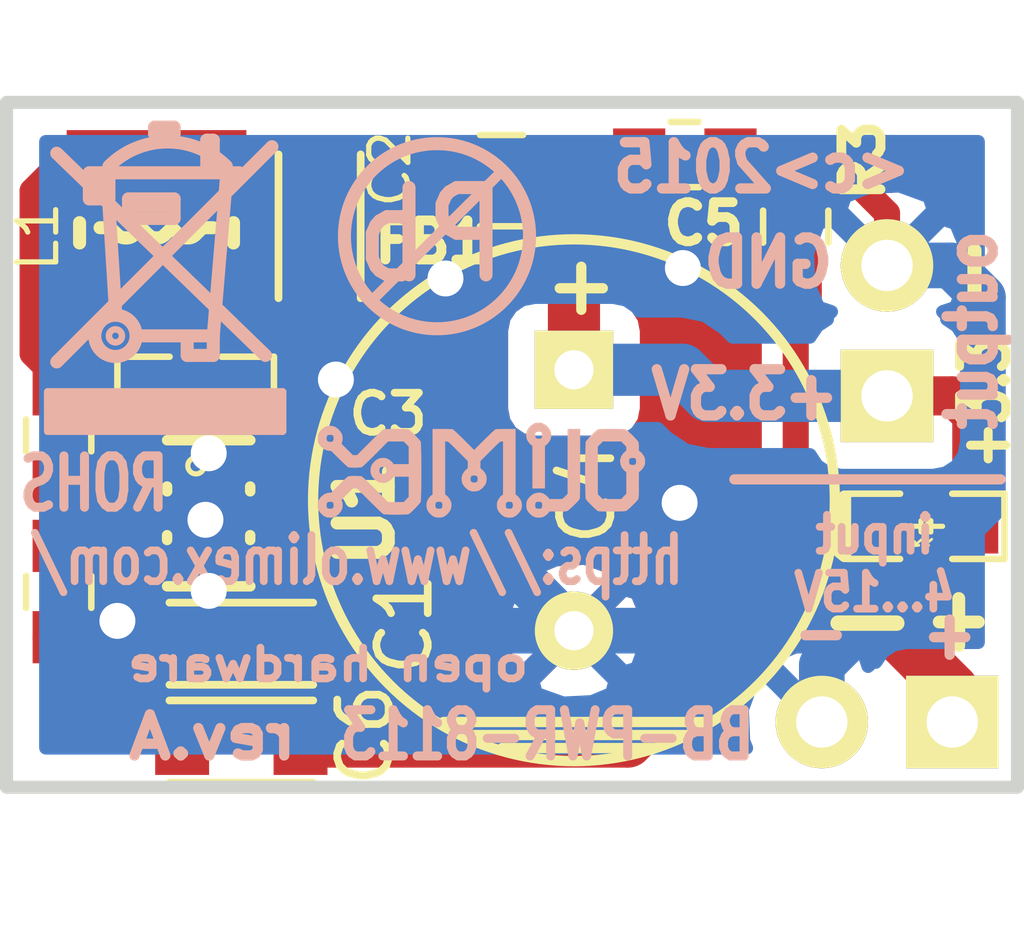
<source format=kicad_pcb>
(kicad_pcb (version 4) (host pcbnew no-vcs-found-product)

  (general
    (links 34)
    (no_connects 0)
    (area 3.225857 7.257 44.446144 31.788)
    (thickness 1.6)
    (drawings 21)
    (tracks 81)
    (zones 0)
    (modules 28)
    (nets 9)
  )

  (page A4)
  (layers
    (0 F.Cu signal)
    (31 B.Cu signal hide)
    (32 B.Adhes user hide)
    (33 F.Adhes user hide)
    (34 B.Paste user hide)
    (35 F.Paste user hide)
    (36 B.SilkS user hide)
    (37 F.SilkS user hide)
    (38 B.Mask user)
    (39 F.Mask user)
    (40 Dwgs.User user hide)
    (41 Cmts.User user)
    (42 Eco1.User user)
    (43 Eco2.User user)
    (44 Edge.Cuts user)
    (45 Margin user)
    (46 B.CrtYd user)
    (47 F.CrtYd user)
    (48 B.Fab user)
    (49 F.Fab user)
  )

  (setup
    (last_trace_width 0.762)
    (trace_clearance 0.2)
    (zone_clearance 0.508)
    (zone_45_only no)
    (trace_min 0.2)
    (segment_width 0.2)
    (edge_width 0.1)
    (via_size 0.6)
    (via_drill 0.4)
    (via_min_size 0.4)
    (via_min_drill 0.3)
    (uvia_size 0.3)
    (uvia_drill 0.1)
    (uvias_allowed no)
    (uvia_min_size 0)
    (uvia_min_drill 0)
    (pcb_text_width 0.3)
    (pcb_text_size 1.5 1.5)
    (mod_edge_width 0.15)
    (mod_text_size 1 1)
    (mod_text_width 0.15)
    (pad_size 1 1)
    (pad_drill 0)
    (pad_to_mask_clearance 0.1)
    (solder_mask_min_width 0.1)
    (aux_axis_origin 0 0)
    (visible_elements FFFEFF7F)
    (pcbplotparams
      (layerselection 0x00020_00000000)
      (usegerberextensions false)
      (excludeedgelayer false)
      (linewidth 0.100000)
      (plotframeref false)
      (viasonmask false)
      (mode 1)
      (useauxorigin false)
      (hpglpennumber 1)
      (hpglpenspeed 20)
      (hpglpendiameter 15)
      (hpglpenoverlay 2)
      (psnegative false)
      (psa4output false)
      (plotreference true)
      (plotvalue false)
      (plotinvisibletext false)
      (padsonsilk false)
      (subtractmaskfromsilk false)
      (outputformat 1)
      (mirror false)
      (drillshape 0)
      (scaleselection 1)
      (outputdirectory ""))
  )

  (net 0 "")
  (net 1 "Net-(C1-Pad1)")
  (net 2 GND)
  (net 3 "Net-(C2-Pad1)")
  (net 4 "Net-(D1-Pad1)")
  (net 5 "Net-(C3-Pad1)")
  (net 6 "Net-(C3-Pad2)")
  (net 7 "Net-(R1-Pad2)")
  (net 8 "Net-(C4-Pad1)")

  (net_class Default "This is the default net class."
    (clearance 0.2)
    (trace_width 0.762)
    (via_dia 0.6)
    (via_drill 0.4)
    (uvia_dia 0.3)
    (uvia_drill 0.1)
    (add_net GND)
    (add_net "Net-(C1-Pad1)")
    (add_net "Net-(C2-Pad1)")
    (add_net "Net-(C3-Pad1)")
    (add_net "Net-(C3-Pad2)")
    (add_net "Net-(C4-Pad1)")
    (add_net "Net-(D1-Pad1)")
    (add_net "Net-(R1-Pad2)")
  )

  (module OLIMEX_Other-FP:via_09_07 (layer F.Cu) (tedit 559A1C4C) (tstamp 55ACD2B8)
    (at 22.352 25.3873)
    (fp_text reference Ref** (at 1.9812 -8.8646) (layer F.SilkS) hide
      (effects (font (size 1 1) (thickness 0.15)))
    )
    (fp_text value Val** (at 0 -0.7874) (layer F.Fab) hide
      (effects (font (size 1 1) (thickness 0.15)))
    )
    (pad 0 thru_hole circle (at 0 0) (size 0.8382 0.8382) (drill 0.7) (layers *.Cu)
      (net 2 GND) (zone_connect 2))
  )

  (module OLIMEX_Other-FP:via_09_07 (layer F.Cu) (tedit 559A1C4C) (tstamp 55ACD2B3)
    (at 22.352 22.7076)
    (fp_text reference Ref** (at 1.9812 -8.8646) (layer F.SilkS) hide
      (effects (font (size 1 1) (thickness 0.15)))
    )
    (fp_text value Val** (at 0 -0.7874) (layer F.Fab) hide
      (effects (font (size 1 1) (thickness 0.15)))
    )
    (pad 0 thru_hole circle (at 0 0) (size 0.8382 0.8382) (drill 0.7) (layers *.Cu)
      (net 2 GND) (zone_connect 2))
  )

  (module OLIMEX_Other-FP:via_09_07 (layer F.Cu) (tedit 559A1C49) (tstamp 55AC97B1)
    (at 31.5214 23.7363)
    (fp_text reference Ref** (at 7.0866 2.6162) (layer F.SilkS) hide
      (effects (font (size 1 1) (thickness 0.15)))
    )
    (fp_text value Val** (at 0 -0.7874) (layer F.Fab) hide
      (effects (font (size 1 1) (thickness 0.15)))
    )
    (pad 0 thru_hole circle (at 0 -0.0635) (size 0.9 0.9) (drill 0.7) (layers *.Cu)
      (net 2 GND) (zone_connect 2))
  )

  (module OLIMEX_Other-FP:via_09_07 (layer F.Cu) (tedit 559A1C49) (tstamp 55AC97AC)
    (at 26.9621 19.3675)
    (fp_text reference Ref** (at 7.0866 2.6162) (layer F.SilkS) hide
      (effects (font (size 1 1) (thickness 0.15)))
    )
    (fp_text value Val** (at 0 -0.7874) (layer F.Fab) hide
      (effects (font (size 1 1) (thickness 0.15)))
    )
    (pad 0 thru_hole circle (at 0 -0.0635) (size 0.9 0.9) (drill 0.7) (layers *.Cu)
      (net 2 GND) (zone_connect 2))
  )

  (module OLIMEX_Other-FP:via_09_07 (layer F.Cu) (tedit 559A1C49) (tstamp 55AC97A7)
    (at 31.5849 19.1643)
    (fp_text reference Ref** (at 7.0866 2.6162) (layer F.SilkS) hide
      (effects (font (size 1 1) (thickness 0.15)))
    )
    (fp_text value Val** (at 0 -0.7874) (layer F.Fab) hide
      (effects (font (size 1 1) (thickness 0.15)))
    )
    (pad 0 thru_hole circle (at 0 -0.0635) (size 0.9 0.9) (drill 0.7) (layers *.Cu)
      (net 2 GND) (zone_connect 2))
  )

  (module OLIMEX_Other-FP:via_09_07 (layer F.Cu) (tedit 559A1C49) (tstamp 55AC9208)
    (at 20.574 26.035)
    (fp_text reference Ref** (at 7.0866 2.6162) (layer F.SilkS) hide
      (effects (font (size 1 1) (thickness 0.15)))
    )
    (fp_text value Val** (at 0 -0.7874) (layer F.Fab) hide
      (effects (font (size 1 1) (thickness 0.15)))
    )
    (pad 0 thru_hole circle (at 0 -0.0635) (size 0.9 0.9) (drill 0.7) (layers *.Cu)
      (net 2 GND) (zone_connect 2))
  )

  (module CPOL_200mils_R10mm (layer F.Cu) (tedit 55AC8C2F) (tstamp 55701DE2)
    (at 29.464 23.622 270)
    (path /55A8FB04)
    (fp_text reference C4 (at -0.127 -0.254 270) (layer F.SilkS)
      (effects (font (size 1 1) (thickness 0.15)))
    )
    (fp_text value "1000uF 6.3V Low ESR" (at 0 -6.35 270) (layer F.Fab)
      (effects (font (size 1 1) (thickness 0.15)))
    )
    (fp_text user + (at -4.1275 -0.0635 270) (layer F.SilkS)
      (effects (font (size 1.1 1.1) (thickness 0.2)))
    )
    (fp_line (start 4.826 -1.53) (end 4.826 1.4) (layer F.SilkS) (width 0.2))
    (fp_line (start 4.318 -2.54) (end 4.318 2.54) (layer F.SilkS) (width 0.2))
    (fp_line (start 4.572 -2.159) (end 4.572 2.159) (layer F.SilkS) (width 0.2))
    (fp_circle (center 0 0) (end -5.08 0) (layer F.SilkS) (width 0.2))
    (pad 1 thru_hole rect (at -2.54 0 270) (size 1.524 1.524) (drill 0.762) (layers *.Cu *.Mask F.SilkS)
      (net 8 "Net-(C4-Pad1)"))
    (pad 2 thru_hole circle (at 2.54 0 270) (size 1.524 1.524) (drill 0.762) (layers *.Cu *.Mask F.SilkS)
      (net 2 GND))
  )

  (module OLIMEX_Jumpers-FP:HN1x2_Jumper (layer F.Cu) (tedit 55714090) (tstamp 55701DF4)
    (at 35.56 20.32 90)
    (descr SIP4)
    (tags SIP4)
    (path /5570147E)
    (fp_text reference P2 (at -0.127 2.794 90) (layer F.SilkS) hide
      (effects (font (size 1 1) (thickness 0.25)))
    )
    (fp_text value HN1x2 (at 0.4064 2.7686 90) (layer F.Fab) hide
      (effects (font (size 1.1 1.1) (thickness 0.254)))
    )
    (pad 1 thru_hole rect (at -1.27 0 180) (size 1.8 1.8) (drill 1) (layers *.Cu *.Mask F.SilkS)
      (net 8 "Net-(C4-Pad1)") (solder_mask_margin 0.0508) (solder_paste_margin -0.0508))
    (pad 2 thru_hole circle (at 1.27 0 180) (size 1.8 1.8) (drill 1) (layers *.Cu *.Mask F.SilkS)
      (net 2 GND) (solder_mask_margin 0.0508) (solder_paste_margin -0.0508))
    (model Housings_SIP/SIP9_Housing.wrl
      (at (xyz 0 0 0))
      (scale (xyz 0.3937 0.3937 0.3937))
      (rotate (xyz 0 0 0))
    )
  )

  (module OLIMEX_Jumpers-FP:HN1x2_Jumper locked (layer F.Cu) (tedit 55714083) (tstamp 55701DEE)
    (at 35.56 27.94 180)
    (descr SIP4)
    (tags SIP4)
    (path /55700F41)
    (fp_text reference P1 (at 0 -2.54 180) (layer F.SilkS) hide
      (effects (font (size 1 1) (thickness 0.25)))
    )
    (fp_text value HN1x2 (at 0.4064 2.7686 180) (layer F.Fab) hide
      (effects (font (size 1.1 1.1) (thickness 0.254)))
    )
    (pad 1 thru_hole rect (at -1.27 0 270) (size 1.8 1.8) (drill 1) (layers *.Cu *.Mask F.SilkS)
      (net 1 "Net-(C1-Pad1)") (solder_mask_margin 0.0508) (solder_paste_margin -0.0508))
    (pad 2 thru_hole circle (at 1.27 0 270) (size 1.8 1.8) (drill 1) (layers *.Cu *.Mask F.SilkS)
      (net 2 GND) (solder_mask_margin 0.0508) (solder_paste_margin -0.0508))
    (model Housings_SIP/SIP9_Housing.wrl
      (at (xyz 0 0 0))
      (scale (xyz 0.3937 0.3937 0.3937))
      (rotate (xyz 0 0 0))
    )
  )

  (module OLIMEX_LEDs-FP:LED_0603_KA (layer F.Cu) (tedit 55AC87B4) (tstamp 557081AD)
    (at 36.322 24.13 180)
    (descr CCCCC)
    (tags "resistor 0603")
    (path /557024F3)
    (attr smd)
    (fp_text reference D1 (at 0.127 -3.302 180) (layer F.SilkS) hide
      (effects (font (size 1.1 1.1) (thickness 0.254)))
    )
    (fp_text value LED_RED_0603 (at 0 3.048 180) (layer F.Fab) hide
      (effects (font (size 1 1) (thickness 0.15)))
    )
    (fp_line (start 1.6129 -0.4445) (end 1.6129 0.3556) (layer F.SilkS) (width 0.254))
    (fp_line (start 1.7399 -0.4191) (end 1.7399 0.4064) (layer F.SilkS) (width 0.254))
    (fp_line (start 1.5875 0.5715) (end 1.7272 0.4445) (layer F.SilkS) (width 0.254))
    (fp_line (start 1.5875 -0.5715) (end 1.7399 -0.4445) (layer F.SilkS) (width 0.254))
    (fp_line (start 0.08 -0.25) (end 0.21 -0.36) (layer F.SilkS) (width 0.05))
    (fp_line (start 0.22 -0.38) (end 0.14 -0.37) (layer F.SilkS) (width 0.05))
    (fp_line (start 0.22 -0.38) (end 0.22 -0.3) (layer F.SilkS) (width 0.05))
    (fp_line (start 0.03 -0.38) (end 0.03 -0.3) (layer F.SilkS) (width 0.05))
    (fp_line (start 0.03 -0.38) (end -0.05 -0.37) (layer F.SilkS) (width 0.05))
    (fp_line (start -0.11 -0.25) (end 0.02 -0.36) (layer F.SilkS) (width 0.05))
    (fp_line (start 0.1 -0.11) (end 0.1 0.11) (layer F.SilkS) (width 0.1))
    (fp_line (start -0.09 0.11) (end 0.01 0.01) (layer F.SilkS) (width 0.1))
    (fp_line (start -0.09 -0.11) (end 0.02 -0.01) (layer F.SilkS) (width 0.1))
    (fp_line (start -0.09 -0.11) (end -0.09 0.11) (layer F.SilkS) (width 0.1))
    (fp_line (start -0.32 0) (end 0.26 0) (layer F.SilkS) (width 0.1))
    (fp_line (start 0.508 -0.635) (end 1.524 -0.635) (layer F.SilkS) (width 0.127))
    (fp_line (start 1.524 -0.635) (end 1.524 0.635) (layer F.SilkS) (width 0.127))
    (fp_line (start 1.524 0.635) (end 0.508 0.635) (layer F.SilkS) (width 0.127))
    (fp_line (start -1.524 -0.635) (end -1.524 0.635) (layer F.SilkS) (width 0.127))
    (fp_line (start -1.524 0.635) (end -0.508 0.635) (layer F.SilkS) (width 0.127))
    (fp_line (start -1.524 -0.635) (end -0.508 -0.635) (layer F.SilkS) (width 0.127))
    (pad 2 smd rect (at -0.889 0 180) (size 1.03 1.06) (layers F.Cu F.Paste F.Mask)
      (net 8 "Net-(C4-Pad1)"))
    (pad 1 smd rect (at 0.889 0 180) (size 1.03 1.06) (layers F.Cu F.Paste F.Mask)
      (net 4 "Net-(D1-Pad1)"))
    (model Resistors_SMD/R_0603.wrl
      (at (xyz 0 0 0))
      (scale (xyz 1 1 1))
      (rotate (xyz 0 0 0))
    )
  )

  (module kicad_wrk:C_0603 (layer F.Cu) (tedit 55ACA500) (tstamp 55701DDC)
    (at 22.098 21.463 180)
    (descr "Resistor SMD 0603, reflow soldering, Vishay (see dcrcw.pdf)")
    (tags "resistor 0603")
    (path /5571551A)
    (attr smd)
    (fp_text reference C3 (at -3.7465 -0.4826 180) (layer F.SilkS)
      (effects (font (size 0.762 0.762) (thickness 0.15)))
    )
    (fp_text value 100nF (at -0.254 13.081 180) (layer F.SilkS) hide
      (effects (font (size 1 1) (thickness 0.15)))
    )
    (fp_line (start 0.508 -0.635) (end 1.524 -0.635) (layer F.SilkS) (width 0.127))
    (fp_line (start 1.524 -0.635) (end 1.524 0.635) (layer F.SilkS) (width 0.127))
    (fp_line (start 1.524 0.635) (end 0.508 0.635) (layer F.SilkS) (width 0.127))
    (fp_line (start -1.524 -0.635) (end -1.524 0.635) (layer F.SilkS) (width 0.127))
    (fp_line (start -1.524 0.635) (end -0.508 0.635) (layer F.SilkS) (width 0.127))
    (fp_line (start -1.524 -0.635) (end -0.508 -0.635) (layer F.SilkS) (width 0.127))
    (pad 1 smd rect (at -0.889 0 180) (size 1.016 1.016) (layers F.Cu F.Paste F.Mask)
      (net 5 "Net-(C3-Pad1)"))
    (pad 2 smd rect (at 0.889 0 180) (size 1.016 1.016) (layers F.Cu F.Paste F.Mask)
      (net 6 "Net-(C3-Pad2)"))
    (model Resistors_SMD/R_0603.wrl
      (at (xyz 0 0 0))
      (scale (xyz 1 1 1))
      (rotate (xyz 0 0 0))
    )
  )

  (module OLIMEX_RLC-FP:CD32 (layer F.Cu) (tedit 55ACA558) (tstamp 55701DE8)
    (at 21.336 18.415 90)
    (descr "ROTATED COUNTERCLOCKWISE 90")
    (tags "ROTATED COUNTERCLOCKWISE 90")
    (path /557011F1)
    (attr smd)
    (fp_text reference L1 (at -0.0762 -2.3114 270) (layer F.SilkS)
      (effects (font (size 0.762 0.762) (thickness 0.1016)))
    )
    (fp_text value 4.7uH/1.5A/JCR<0.1R/CD32 (at -7.747 0.127 180) (layer F.Fab) hide
      (effects (font (size 0.5 0.5) (thickness 0.125)))
    )
    (fp_line (start 0.19812 1.4986) (end -0.19812 1.4986) (layer F.SilkS) (width 0.254))
    (fp_line (start 0.19812 -1.4986) (end -0.19812 -1.4986) (layer F.SilkS) (width 0.254))
    (fp_line (start 0.09906 1.09982) (end 0.09906 0.89916) (layer F.SilkS) (width 0.254))
    (fp_line (start 0.09906 0.89916) (end -0.04064 0.75692) (layer F.SilkS) (width 0.254))
    (fp_line (start -0.09906 0.61468) (end -0.09906 0.58166) (layer F.SilkS) (width 0.254))
    (fp_line (start -0.04064 0.43942) (end 0.09906 0.29972) (layer F.SilkS) (width 0.254))
    (fp_line (start 0.09906 0.29972) (end -0.04064 0.15748) (layer F.SilkS) (width 0.254))
    (fp_line (start -0.09906 0.01524) (end -0.09906 -0.01524) (layer F.SilkS) (width 0.254))
    (fp_line (start -0.04064 -0.15748) (end 0.09906 -0.29972) (layer F.SilkS) (width 0.254))
    (fp_line (start 0.09906 -0.29972) (end -0.04064 -0.43942) (layer F.SilkS) (width 0.254))
    (fp_line (start -0.09906 -0.58166) (end -0.09906 -0.61468) (layer F.SilkS) (width 0.254))
    (fp_line (start -0.04064 -0.75692) (end 0.09906 -0.89916) (layer F.SilkS) (width 0.254))
    (fp_line (start 0.09906 -0.89916) (end 0.09906 -1.09982) (layer F.SilkS) (width 0.254))
    (fp_arc (start 0.09906 0.61468) (end -0.04064 0.75692) (angle 44.9) (layer F.SilkS) (width 0.254))
    (fp_arc (start 0.09906 0.58166) (end -0.09906 0.58166) (angle 44.9) (layer F.SilkS) (width 0.254))
    (fp_arc (start 0.09906 0.01524) (end -0.04064 0.15748) (angle 44.9) (layer F.SilkS) (width 0.254))
    (fp_arc (start 0.09906 -0.01524) (end -0.09906 -0.01524) (angle 44.9) (layer F.SilkS) (width 0.254))
    (fp_arc (start 0.09906 -0.58166) (end -0.04064 -0.43942) (angle 44.9) (layer F.SilkS) (width 0.254))
    (fp_arc (start 0.09906 -0.61468) (end -0.09906 -0.61468) (angle 44.9) (layer F.SilkS) (width 0.254))
    (pad 1 smd rect (at -1.2 0 180) (size 3.5 1.6) (layers F.Cu F.Paste F.Mask)
      (net 5 "Net-(C3-Pad1)") (solder_mask_margin 0.0508) (solder_paste_margin -0.0508) (clearance 0.0508))
    (pad 2 smd rect (at 1.2 0 180) (size 3.5 1.6) (layers F.Cu F.Paste F.Mask)
      (net 3 "Net-(C2-Pad1)") (solder_mask_margin 0.0508) (solder_paste_margin -0.0508) (clearance 0.0508))
  )

  (module OLIMEX_RLC-FP:R_0603_DWS (layer F.Cu) (tedit 559A1C39) (tstamp 55701DFA)
    (at 19.431 22.352 270)
    (descr "Resistor SMD 0603, reflow soldering, Vishay (see dcrcw.pdf)")
    (tags "resistor 0603")
    (path /5570124B)
    (attr smd)
    (fp_text reference R1 (at -0.0508 0.0762 270) (layer F.SilkS) hide
      (effects (font (size 1.1 1.1) (thickness 0.254)))
    )
    (fp_text value "100K 1%" (at 0 12.573 270) (layer F.Fab) hide
      (effects (font (size 1 1) (thickness 0.15)))
    )
    (fp_line (start -0.3048 0.635) (end 0.3175 0.635) (layer F.SilkS) (width 0.127))
    (fp_line (start -0.3048 -0.635) (end 0.3175 -0.635) (layer F.SilkS) (width 0.127))
    (fp_line (start 0.508 -0.635) (end 1.524 -0.635) (layer Dwgs.User) (width 0.127))
    (fp_line (start 1.524 -0.635) (end 1.524 0.635) (layer Dwgs.User) (width 0.127))
    (fp_line (start 1.524 0.635) (end 0.508 0.635) (layer Dwgs.User) (width 0.127))
    (fp_line (start -1.524 -0.635) (end -1.524 0.635) (layer Dwgs.User) (width 0.127))
    (fp_line (start -1.524 0.635) (end -0.508 0.635) (layer Dwgs.User) (width 0.127))
    (fp_line (start -1.524 -0.635) (end -0.508 -0.635) (layer Dwgs.User) (width 0.127))
    (pad 1 smd rect (at -0.889 0 270) (size 1.016 1.016) (layers F.Cu F.Paste F.Mask)
      (net 3 "Net-(C2-Pad1)") (solder_mask_margin 0.0508) (solder_paste_margin -0.0508) (clearance 0.0508))
    (pad 2 smd rect (at 0.889 0 270) (size 1.016 1.016) (layers F.Cu F.Paste F.Mask)
      (net 7 "Net-(R1-Pad2)") (solder_mask_margin 0.0508) (solder_paste_margin -0.0508) (clearance 0.0508))
    (model Resistors_SMD/R_0603.wrl
      (at (xyz 0 0 0))
      (scale (xyz 1 1 1))
      (rotate (xyz 0 0 0))
    )
  )

  (module OLIMEX_RLC-FP:R_0603_DWS (layer F.Cu) (tedit 55AC8FA4) (tstamp 55701E00)
    (at 19.431 25.4 270)
    (descr "Resistor SMD 0603, reflow soldering, Vishay (see dcrcw.pdf)")
    (tags "resistor 0603")
    (path /5570126C)
    (attr smd)
    (fp_text reference R2 (at 0 0 270) (layer F.SilkS) hide
      (effects (font (size 1.1 1.1) (thickness 0.254)))
    )
    (fp_text value "22.1K 1%" (at 0.635 -7.493 270) (layer F.Fab) hide
      (effects (font (size 1 1) (thickness 0.15)))
    )
    (fp_line (start -0.3048 0.635) (end 0.3175 0.635) (layer F.SilkS) (width 0.127))
    (fp_line (start -0.3048 -0.635) (end 0.3175 -0.635) (layer F.SilkS) (width 0.127))
    (fp_line (start 0.508 -0.635) (end 1.524 -0.635) (layer Dwgs.User) (width 0.127))
    (fp_line (start 1.524 -0.635) (end 1.524 0.635) (layer Dwgs.User) (width 0.127))
    (fp_line (start 1.524 0.635) (end 0.508 0.635) (layer Dwgs.User) (width 0.127))
    (fp_line (start -1.524 -0.635) (end -1.524 0.635) (layer Dwgs.User) (width 0.127))
    (fp_line (start -1.524 0.635) (end -0.508 0.635) (layer Dwgs.User) (width 0.127))
    (fp_line (start -1.524 -0.635) (end -0.508 -0.635) (layer Dwgs.User) (width 0.127))
    (pad 1 smd rect (at -0.889 0 270) (size 1.016 1.016) (layers F.Cu F.Paste F.Mask)
      (net 7 "Net-(R1-Pad2)") (solder_mask_margin 0.0508) (solder_paste_margin -0.0508) (clearance 0.0508))
    (pad 2 smd rect (at 0.889 0 270) (size 1.016 1.016) (layers F.Cu F.Paste F.Mask)
      (net 2 GND) (solder_mask_margin 0.0508) (solder_paste_margin -0.0508) (clearance 0.0508))
    (model Resistors_SMD/R_0603.wrl
      (at (xyz 0 0 0))
      (scale (xyz 1 1 1))
      (rotate (xyz 0 0 0))
    )
  )

  (module OLIMEX_RLC-FP:R_0603_DWS (layer F.Cu) (tedit 55ACA49D) (tstamp 557081BB)
    (at 33.782 18.288 270)
    (descr "Resistor SMD 0603, reflow soldering, Vishay (see dcrcw.pdf)")
    (tags "resistor 0603")
    (path /5570251F)
    (attr smd)
    (fp_text reference R3 (at -1.2827 -1.3081 270) (layer F.SilkS)
      (effects (font (size 0.762 0.762) (thickness 0.1905)))
    )
    (fp_text value 2.2K (at -0.127 -3.937 270) (layer F.Fab) hide
      (effects (font (size 1 1) (thickness 0.15)))
    )
    (fp_line (start -0.3048 0.635) (end 0.3175 0.635) (layer F.SilkS) (width 0.127))
    (fp_line (start -0.3048 -0.635) (end 0.3175 -0.635) (layer F.SilkS) (width 0.127))
    (fp_line (start 0.508 -0.635) (end 1.524 -0.635) (layer Dwgs.User) (width 0.127))
    (fp_line (start 1.524 -0.635) (end 1.524 0.635) (layer Dwgs.User) (width 0.127))
    (fp_line (start 1.524 0.635) (end 0.508 0.635) (layer Dwgs.User) (width 0.127))
    (fp_line (start -1.524 -0.635) (end -1.524 0.635) (layer Dwgs.User) (width 0.127))
    (fp_line (start -1.524 0.635) (end -0.508 0.635) (layer Dwgs.User) (width 0.127))
    (fp_line (start -1.524 -0.635) (end -0.508 -0.635) (layer Dwgs.User) (width 0.127))
    (pad 1 smd rect (at -0.889 0 270) (size 1.016 1.016) (layers F.Cu F.Paste F.Mask)
      (net 2 GND) (solder_mask_margin 0.0508) (solder_paste_margin -0.0508) (clearance 0.0508))
    (pad 2 smd rect (at 0.889 0 270) (size 1.016 1.016) (layers F.Cu F.Paste F.Mask)
      (net 4 "Net-(D1-Pad1)") (solder_mask_margin 0.0508) (solder_paste_margin -0.0508) (clearance 0.0508))
    (model Resistors_SMD/R_0603.wrl
      (at (xyz 0 0 0))
      (scale (xyz 1 1 1))
      (rotate (xyz 0 0 0))
    )
  )

  (module OLIMEX_Other-FP:via_09_07 (layer F.Cu) (tedit 559A1C4C) (tstamp 5570B846)
    (at 22.2885 24.003)
    (fp_text reference Ref** (at 1.9812 -8.8646) (layer F.SilkS) hide
      (effects (font (size 1 1) (thickness 0.15)))
    )
    (fp_text value Val** (at 0 -0.7874) (layer F.Fab) hide
      (effects (font (size 1 1) (thickness 0.15)))
    )
    (pad 0 thru_hole circle (at 0 0) (size 0.8382 0.8382) (drill 0.7) (layers *.Cu)
      (net 2 GND) (zone_connect 2))
  )

  (module OLIMEX_Other-FP:via_09_07 (layer F.Cu) (tedit 559A1C49) (tstamp 5570B89F)
    (at 24.8285 21.336)
    (fp_text reference Ref** (at 7.0866 2.6162) (layer F.SilkS) hide
      (effects (font (size 1 1) (thickness 0.15)))
    )
    (fp_text value Val** (at 0 -0.7874) (layer F.Fab) hide
      (effects (font (size 1 1) (thickness 0.15)))
    )
    (pad 0 thru_hole circle (at 0 -0.0635) (size 0.9 0.9) (drill 0.7) (layers *.Cu)
      (net 2 GND) (zone_connect 2))
  )

  (module OLIMEX_LOGOs-FP:LOGO_OLIMEX_80 (layer B.Cu) (tedit 550FAFDC) (tstamp 5570E85A)
    (at 27.6606 23.0378 180)
    (fp_text reference "" (at 0 0 180) (layer B.SilkS) hide
      (effects (font (thickness 0.3)) (justify mirror))
    )
    (fp_text value "" (at 0.75 0 180) (layer B.SilkS) hide
      (effects (font (thickness 0.3)) (justify mirror))
    )
    (fp_poly (pts (xy -0.879158 -0.672094) (xy -0.881346 -0.720273) (xy -0.891306 -0.763558) (xy -0.897255 -0.777742)
      (xy -0.920793 -0.814381) (xy -0.953539 -0.850932) (xy -0.99044 -0.88235) (xy -1.020578 -0.9009)
      (xy -1.04394 -0.90874) (xy -1.04394 -0.68199) (xy -1.047007 -0.647795) (xy -1.057575 -0.625738)
      (xy -1.077698 -0.613723) (xy -1.109429 -0.609655) (xy -1.114874 -0.6096) (xy -1.140529 -0.611375)
      (xy -1.161358 -0.615908) (xy -1.168632 -0.619329) (xy -1.181853 -0.637325) (xy -1.188833 -0.663871)
      (xy -1.189563 -0.693647) (xy -1.184032 -0.72133) (xy -1.172232 -0.741597) (xy -1.168862 -0.744483)
      (xy -1.148757 -0.752266) (xy -1.121251 -0.754816) (xy -1.09248 -0.752429) (xy -1.06858 -0.745406)
      (xy -1.05918 -0.73914) (xy -1.049325 -0.724456) (xy -1.044725 -0.702999) (xy -1.04394 -0.68199)
      (xy -1.04394 -0.90874) (xy -1.056554 -0.912973) (xy -1.099649 -0.919359) (xy -1.143567 -0.9197)
      (xy -1.18201 -0.913637) (xy -1.19127 -0.910617) (xy -1.222768 -0.895013) (xy -1.255897 -0.872825)
      (xy -1.28544 -0.847987) (xy -1.306183 -0.824432) (xy -1.30683 -0.823459) (xy -1.32207 -0.800144)
      (xy -1.48424 -0.800122) (xy -1.543508 -0.799844) (xy -1.589414 -0.798956) (xy -1.623824 -0.797349)
      (xy -1.648609 -0.794914) (xy -1.665637 -0.791544) (xy -1.672555 -0.789176) (xy -1.687884 -0.77954)
      (xy -1.711138 -0.760971) (xy -1.740051 -0.73567) (xy -1.772357 -0.70584) (xy -1.805792 -0.673686)
      (xy -1.83809 -0.641409) (xy -1.866985 -0.611213) (xy -1.890212 -0.5853) (xy -1.905505 -0.565874)
      (xy -1.909864 -0.55841) (xy -1.911727 -0.551664) (xy -1.913363 -0.540195) (xy -1.914787 -0.523117)
      (xy -1.916012 -0.499543) (xy -1.917049 -0.468586) (xy -1.917914 -0.429358) (xy -1.918619 -0.380974)
      (xy -1.919178 -0.322546) (xy -1.919603 -0.253186) (xy -1.919909 -0.172009) (xy -1.920108 -0.078128)
      (xy -1.920213 0.029346) (xy -1.92024 0.133105) (xy -1.92024 0.8001) (xy -1.80213 0.8001)
      (xy -1.68402 0.8001) (xy -1.68402 0.169341) (xy -1.68402 -0.461419) (xy -1.632394 -0.512649)
      (xy -1.580768 -0.56388) (xy -1.451419 -0.563858) (xy -1.32207 -0.563836) (xy -1.30683 -0.540521)
      (xy -1.287434 -0.518018) (xy -1.259043 -0.493525) (xy -1.226719 -0.470942) (xy -1.195523 -0.454166)
      (xy -1.193597 -0.453345) (xy -1.154747 -0.44349) (xy -1.109329 -0.441731) (xy -1.063493 -0.447766)
      (xy -1.023389 -0.461292) (xy -1.022417 -0.461771) (xy -0.977989 -0.490317) (xy -0.937499 -0.528143)
      (xy -0.905754 -0.570504) (xy -0.898008 -0.584683) (xy -0.88472 -0.624928) (xy -0.879158 -0.672094)
      (xy -0.879158 -0.672094)) (layer B.SilkS) (width 0.009))
    (fp_poly (pts (xy 1.065057 -0.657021) (xy 1.064454 -0.705796) (xy 1.05517 -0.752946) (xy 1.045576 -0.777742)
      (xy 1.022415 -0.814127) (xy 0.989912 -0.850594) (xy 0.953084 -0.882112) (xy 0.922522 -0.901065)
      (xy 0.89916 -0.908681) (xy 0.89916 -0.68199) (xy 0.896093 -0.647795) (xy 0.885525 -0.625738)
      (xy 0.865402 -0.613723) (xy 0.833671 -0.609655) (xy 0.828226 -0.6096) (xy 0.802571 -0.611375)
      (xy 0.781742 -0.615908) (xy 0.774468 -0.619329) (xy 0.761247 -0.637325) (xy 0.754267 -0.663871)
      (xy 0.753537 -0.693647) (xy 0.759068 -0.72133) (xy 0.770868 -0.741597) (xy 0.774238 -0.744483)
      (xy 0.794343 -0.752266) (xy 0.821849 -0.754816) (xy 0.85062 -0.752429) (xy 0.87452 -0.745406)
      (xy 0.88392 -0.73914) (xy 0.893775 -0.724456) (xy 0.898375 -0.702999) (xy 0.89916 -0.68199)
      (xy 0.89916 -0.908681) (xy 0.882719 -0.914041) (xy 0.835735 -0.919235) (xy 0.787475 -0.916672)
      (xy 0.74385 -0.906373) (xy 0.729463 -0.900312) (xy 0.686301 -0.872247) (xy 0.646304 -0.833753)
      (xy 0.614119 -0.78957) (xy 0.605835 -0.774204) (xy 0.591288 -0.731365) (xy 0.585474 -0.683759)
      (xy 0.588683 -0.637372) (xy 0.597649 -0.605862) (xy 0.61422 -0.574163) (xy 0.636769 -0.541285)
      (xy 0.661444 -0.512253) (xy 0.684396 -0.492092) (xy 0.685301 -0.49149) (xy 0.708616 -0.47625)
      (xy 0.708638 0.043815) (xy 0.70866 0.56388) (xy 0.676219 0.56388) (xy 0.667486 0.563673)
      (xy 0.659286 0.562356) (xy 0.650402 0.558888) (xy 0.639618 0.552225) (xy 0.625714 0.541327)
      (xy 0.607476 0.52515) (xy 0.583683 0.502653) (xy 0.553121 0.472792) (xy 0.514571 0.434527)
      (xy 0.466816 0.386814) (xy 0.451429 0.37142) (xy 0.25908 0.17896) (xy 0.259102 0.106625)
      (xy 0.259267 0.073001) (xy 0.260354 0.051158) (xy 0.263283 0.037639) (xy 0.268977 0.028985)
      (xy 0.278356 0.021737) (xy 0.282439 0.01905) (xy 0.307862 -0.003062) (xy 0.333698 -0.034597)
      (xy 0.356162 -0.070331) (xy 0.370732 -0.10282) (xy 0.379257 -0.146481) (xy 0.378654 -0.195256)
      (xy 0.36937 -0.242406) (xy 0.359776 -0.267202) (xy 0.336615 -0.303587) (xy 0.304112 -0.340053)
      (xy 0.267284 -0.371572) (xy 0.236722 -0.390524) (xy 0.21336 -0.398141) (xy 0.21336 -0.17145)
      (xy 0.210293 -0.137255) (xy 0.199725 -0.115198) (xy 0.179602 -0.103183) (xy 0.147871 -0.099115)
      (xy 0.142426 -0.09906) (xy 0.116771 -0.100835) (xy 0.095942 -0.105368) (xy 0.088668 -0.108789)
      (xy 0.075447 -0.126785) (xy 0.068467 -0.153331) (xy 0.067737 -0.183107) (xy 0.073268 -0.21079)
      (xy 0.085068 -0.231057) (xy 0.088438 -0.233943) (xy 0.108543 -0.241726) (xy 0.136049 -0.244276)
      (xy 0.16482 -0.241889) (xy 0.18872 -0.234866) (xy 0.19812 -0.2286) (xy 0.207975 -0.213916)
      (xy 0.212575 -0.192459) (xy 0.21336 -0.17145) (xy 0.21336 -0.398141) (xy 0.196919 -0.403501)
      (xy 0.149935 -0.408695) (xy 0.101675 -0.406132) (xy 0.05805 -0.395833) (xy 0.043664 -0.389772)
      (xy 0.000501 -0.361707) (xy -0.039496 -0.323213) (xy -0.071681 -0.27903) (xy -0.079965 -0.263664)
      (xy -0.094512 -0.220825) (xy -0.100326 -0.173219) (xy -0.097117 -0.126832) (xy -0.088151 -0.095322)
      (xy -0.07158 -0.063623) (xy -0.049031 -0.030745) (xy -0.024356 -0.001713) (xy -0.001404 0.018448)
      (xy -0.000499 0.01905) (xy 0.010306 0.026595) (xy 0.01712 0.0344) (xy 0.020864 0.045922)
      (xy 0.02246 0.064621) (xy 0.022828 0.093954) (xy 0.022838 0.106625) (xy 0.02286 0.17896)
      (xy -0.169489 0.37142) (xy -0.220076 0.422001) (xy -0.261113 0.46284) (xy -0.293817 0.494978)
      (xy -0.319406 0.519457) (xy -0.339096 0.537321) (xy -0.354105 0.54961) (xy -0.36565 0.557368)
      (xy -0.374949 0.561636) (xy -0.383219 0.563457) (xy -0.391677 0.563873) (xy -0.394279 0.56388)
      (xy -0.42672 0.56388) (xy -0.426698 0.043815) (xy -0.426676 -0.47625) (xy -0.403361 -0.49149)
      (xy -0.377938 -0.513602) (xy -0.352102 -0.545137) (xy -0.329638 -0.580871) (xy -0.315068 -0.61336)
      (xy -0.306543 -0.657021) (xy -0.307146 -0.705796) (xy -0.31643 -0.752946) (xy -0.326024 -0.777742)
      (xy -0.349244 -0.814213) (xy -0.381795 -0.850694) (xy -0.418633 -0.882136) (xy -0.449078 -0.9009)
      (xy -0.47244 -0.908751) (xy -0.47244 -0.68199) (xy -0.475507 -0.647795) (xy -0.486075 -0.625738)
      (xy -0.506198 -0.613723) (xy -0.537929 -0.609655) (xy -0.543374 -0.6096) (xy -0.569029 -0.611375)
      (xy -0.589858 -0.615908) (xy -0.597132 -0.619329) (xy -0.610353 -0.637325) (xy -0.617333 -0.663871)
      (xy -0.618063 -0.693647) (xy -0.612532 -0.72133) (xy -0.600732 -0.741597) (xy -0.597362 -0.744483)
      (xy -0.577257 -0.752266) (xy -0.549751 -0.754816) (xy -0.52098 -0.752429) (xy -0.49708 -0.745406)
      (xy -0.48768 -0.73914) (xy -0.477825 -0.724456) (xy -0.473225 -0.702999) (xy -0.47244 -0.68199)
      (xy -0.47244 -0.908751) (xy -0.484708 -0.912874) (xy -0.527464 -0.91929) (xy -0.571083 -0.919784)
      (xy -0.609303 -0.913993) (xy -0.619326 -0.91077) (xy -0.669193 -0.884326) (xy -0.714551 -0.846044)
      (xy -0.752 -0.799288) (xy -0.774177 -0.757577) (xy -0.782269 -0.726138) (xy -0.785352 -0.687049)
      (xy -0.783436 -0.647051) (xy -0.776532 -0.612885) (xy -0.773951 -0.605862) (xy -0.75738 -0.574163)
      (xy -0.734831 -0.541285) (xy -0.710156 -0.512253) (xy -0.687204 -0.492092) (xy -0.686299 -0.49149)
      (xy -0.662984 -0.47625) (xy -0.662962 0.161925) (xy -0.66294 0.8001) (xy -0.480556 0.8001)
      (xy -0.421749 0.79976) (xy -0.37035 0.798786) (xy -0.328202 0.797252) (xy -0.297145 0.795229)
      (xy -0.279021 0.792789) (xy -0.276721 0.79212) (xy -0.266527 0.785023) (xy -0.246982 0.768346)
      (xy -0.219439 0.743357) (xy -0.185252 0.711326) (xy -0.145776 0.673519) (xy -0.102363 0.631205)
      (xy -0.057096 0.586379) (xy 0.141079 0.388617) (xy 0.335335 0.583696) (xy 0.380938 0.629113)
      (xy 0.424097 0.671375) (xy 0.463422 0.709177) (xy 0.497523 0.741209) (xy 0.525009 0.766165)
      (xy 0.544491 0.782736) (xy 0.55411 0.789437) (xy 0.566272 0.79306) (xy 0.58513 0.795828)
      (xy 0.612393 0.797828) (xy 0.649768 0.799148) (xy 0.698961 0.799877) (xy 0.761679 0.8001)
      (xy 0.761755 0.8001) (xy 0.94488 0.8001) (xy 0.944902 0.161925) (xy 0.944924 -0.47625)
      (xy 0.968239 -0.49149) (xy 0.993662 -0.513602) (xy 1.019498 -0.545137) (xy 1.041962 -0.580871)
      (xy 1.056532 -0.61336) (xy 1.065057 -0.657021) (xy 1.065057 -0.657021)) (layer B.SilkS) (width 0.009))
    (fp_poly (pts (xy 3.182302 -0.672094) (xy 3.180114 -0.720273) (xy 3.170154 -0.763558) (xy 3.164205 -0.777742)
      (xy 3.140667 -0.814381) (xy 3.107921 -0.850932) (xy 3.07102 -0.88235) (xy 3.040882 -0.9009)
      (xy 3.01752 -0.908751) (xy 3.01752 -0.68199) (xy 3.014454 -0.647795) (xy 3.003885 -0.625738)
      (xy 2.983762 -0.613723) (xy 2.952031 -0.609655) (xy 2.946586 -0.6096) (xy 2.920931 -0.611375)
      (xy 2.900102 -0.615908) (xy 2.892828 -0.619329) (xy 2.879607 -0.637325) (xy 2.872627 -0.663871)
      (xy 2.871897 -0.693647) (xy 2.877428 -0.72133) (xy 2.889228 -0.741597) (xy 2.892597 -0.744483)
      (xy 2.912703 -0.752266) (xy 2.940209 -0.754816) (xy 2.96898 -0.752429) (xy 2.99288 -0.745406)
      (xy 3.00228 -0.73914) (xy 3.012135 -0.724456) (xy 3.016735 -0.702999) (xy 3.01752 -0.68199)
      (xy 3.01752 -0.908751) (xy 3.005252 -0.912874) (xy 2.962496 -0.91929) (xy 2.918877 -0.919784)
      (xy 2.880657 -0.913993) (xy 2.870634 -0.91077) (xy 2.820767 -0.884326) (xy 2.775409 -0.846044)
      (xy 2.73796 -0.799288) (xy 2.715783 -0.757577) (xy 2.707614 -0.725803) (xy 2.704589 -0.686414)
      (xy 2.706685 -0.646131) (xy 2.713879 -0.611675) (xy 2.716314 -0.605133) (xy 2.72848 -0.576015)
      (xy 2.61592 -0.463267) (xy 2.503361 -0.35052) (xy 2.461311 -0.35052) (xy 2.419261 -0.35052)
      (xy 2.175465 -0.595123) (xy 2.124437 -0.646019) (xy 2.075963 -0.693788) (xy 2.031248 -0.737287)
      (xy 1.991496 -0.775369) (xy 1.957911 -0.806888) (xy 1.931696 -0.830701) (xy 1.914057 -0.84566)
      (xy 1.90715 -0.850393) (xy 1.891417 -0.853808) (xy 1.862922 -0.856628) (xy 1.824134 -0.858854)
      (xy 1.777518 -0.860484) (xy 1.725543 -0.861516) (xy 1.670675 -0.861948) (xy 1.615381 -0.86178)
      (xy 1.562129 -0.861009) (xy 1.513386 -0.859635) (xy 1.471618 -0.857655) (xy 1.439294 -0.855069)
      (xy 1.41888 -0.851874) (xy 1.41517 -0.850684) (xy 1.400549 -0.841068) (xy 1.378155 -0.822197)
      (xy 1.350192 -0.796336) (xy 1.318862 -0.765749) (xy 1.286368 -0.732703) (xy 1.254914 -0.699462)
      (xy 1.226702 -0.668293) (xy 1.203935 -0.641461) (xy 1.188817 -0.621231) (xy 1.184404 -0.613375)
      (xy 1.182119 -0.600253) (xy 1.18007 -0.573392) (xy 1.178257 -0.534292) (xy 1.176681 -0.484453)
      (xy 1.175342 -0.425374) (xy 1.174239 -0.358556) (xy 1.173373 -0.285497) (xy 1.172744 -0.207698)
      (xy 1.172351 -0.126658) (xy 1.172194 -0.043877) (xy 1.172275 0.039146) (xy 1.172591 0.120911)
      (xy 1.173145 0.199918) (xy 1.173935 0.274667) (xy 1.174961 0.34366) (xy 1.176224 0.405396)
      (xy 1.177724 0.458375) (xy 1.17946 0.501099) (xy 1.181433 0.532067) (xy 1.183642 0.549779)
      (xy 1.184404 0.552415) (xy 1.19404 0.567744) (xy 1.212609 0.590998) (xy 1.23791 0.619911)
      (xy 1.267739 0.652217) (xy 1.299894 0.685652) (xy 1.332171 0.71795) (xy 1.362367 0.746845)
      (xy 1.38828 0.770072) (xy 1.407706 0.785365) (xy 1.41517 0.789724) (xy 1.431101 0.793119)
      (xy 1.459757 0.795907) (xy 1.498674 0.798087) (xy 1.545382 0.799661) (xy 1.597415 0.800631)
      (xy 1.652307 0.800999) (xy 1.707589 0.800765) (xy 1.760794 0.799932) (xy 1.809456 0.7985)
      (xy 1.851107 0.796471) (xy 1.883281 0.793847) (xy 1.903509 0.790628) (xy 1.90715 0.789433)
      (xy 1.917514 0.781921) (xy 1.937362 0.764691) (xy 1.96549 0.738888) (xy 2.000695 0.705657)
      (xy 2.041772 0.666145) (xy 2.087517 0.621496) (xy 2.136727 0.572856) (xy 2.175465 0.534163)
      (xy 2.419261 0.28956) (xy 2.461311 0.28956) (xy 2.503361 0.28956) (xy 2.61592 0.402308)
      (xy 2.72848 0.515055) (xy 2.716314 0.544173) (xy 2.705577 0.586339) (xy 2.704378 0.63419)
      (xy 2.71244 0.681756) (xy 2.724195 0.713244) (xy 2.755079 0.76138) (xy 2.796527 0.804333)
      (xy 2.843901 0.837431) (xy 2.851217 0.841249) (xy 2.900737 0.857898) (xy 2.954213 0.862044)
      (xy 3.006887 0.853685) (xy 3.039043 0.841249) (xy 3.083471 0.812703) (xy 3.123961 0.774877)
      (xy 3.155706 0.732516) (xy 3.163452 0.718337) (xy 3.173498 0.694074) (xy 3.179052 0.668741)
      (xy 3.181201 0.636441) (xy 3.18135 0.62103) (xy 3.177866 0.571049) (xy 3.166083 0.529556)
      (xy 3.144006 0.491811) (xy 3.111366 0.454794) (xy 3.064104 0.416187) (xy 3.01752 0.393966)
      (xy 3.01752 0.62103) (xy 3.014454 0.655225) (xy 3.003885 0.677282) (xy 2.983762 0.689297)
      (xy 2.952031 0.693365) (xy 2.946586 0.69342) (xy 2.920931 0.691645) (xy 2.900102 0.687112)
      (xy 2.892828 0.683691) (xy 2.879607 0.665695) (xy 2.872627 0.639149) (xy 2.871897 0.609373)
      (xy 2.877428 0.58169) (xy 2.889228 0.561423) (xy 2.892597 0.558537) (xy 2.912703 0.550754)
      (xy 2.940209 0.548204) (xy 2.96898 0.550591) (xy 2.99288 0.557614) (xy 3.00228 0.56388)
      (xy 3.012135 0.578564) (xy 3.016735 0.600021) (xy 3.01752 0.62103) (xy 3.01752 0.393966)
      (xy 3.013808 0.392195) (xy 2.964594 0.382654) (xy 2.92227 0.379491) (xy 2.76606 0.2244)
      (xy 2.725079 0.184164) (xy 2.686617 0.147251) (xy 2.652256 0.115115) (xy 2.623578 0.089207)
      (xy 2.602163 0.070977) (xy 2.589594 0.061879) (xy 2.588399 0.061325) (xy 2.569362 0.05743)
      (xy 2.539132 0.054803) (xy 2.501425 0.053406) (xy 2.459957 0.053199) (xy 2.418445 0.054145)
      (xy 2.380604 0.056205) (xy 2.35015 0.059341) (xy 2.3308 0.063513) (xy 2.32957 0.064007)
      (xy 2.319206 0.071519) (xy 2.299358 0.088749) (xy 2.27123 0.114552) (xy 2.236025 0.147783)
      (xy 2.194948 0.187295) (xy 2.149203 0.231944) (xy 2.099993 0.280584) (xy 2.061255 0.319277)
      (xy 1.817459 0.56388) (xy 1.66481 0.56388) (xy 1.512161 0.56388) (xy 1.460931 0.512254)
      (xy 1.4097 0.460628) (xy 1.4097 0.287464) (xy 1.4097 0.1143) (xy 1.560195 0.114322)
      (xy 1.71069 0.114344) (xy 1.72593 0.137659) (xy 1.745326 0.160163) (xy 1.773717 0.184655)
      (xy 1.806041 0.207238) (xy 1.837237 0.224014) (xy 1.839163 0.224835) (xy 1.878013 0.23469)
      (xy 1.923431 0.236449) (xy 1.969267 0.230414) (xy 2.009371 0.216888) (xy 2.010343 0.216409)
      (xy 2.054771 0.187863) (xy 2.095261 0.150037) (xy 2.127006 0.107676) (xy 2.134752 0.093497)
      (xy 2.14804 0.053252) (xy 2.153602 0.006086) (xy 2.151414 -0.042093) (xy 2.141454 -0.085378)
      (xy 2.135505 -0.099562) (xy 2.112011 -0.136149) (xy 2.079355 -0.172619) (xy 2.042561 -0.203954)
      (xy 2.012182 -0.222616) (xy 1.98882 -0.230398) (xy 1.98882 -0.00381) (xy 1.985754 0.030385)
      (xy 1.975185 0.052442) (xy 1.955062 0.064457) (xy 1.923331 0.068525) (xy 1.917886 0.06858)
      (xy 1.892231 0.066805) (xy 1.871402 0.062272) (xy 1.864128 0.058851) (xy 1.850907 0.040855)
      (xy 1.843927 0.014309) (xy 1.843197 -0.015467) (xy 1.848728 -0.04315) (xy 1.860528 -0.063417)
      (xy 1.863897 -0.066303) (xy 1.884003 -0.074086) (xy 1.911509 -0.076636) (xy 1.94028 -0.074249)
      (xy 1.96418 -0.067226) (xy 1.97358 -0.06096) (xy 1.983435 -0.046276) (xy 1.988035 -0.024819)
      (xy 1.98882 -0.00381) (xy 1.98882 -0.230398) (xy 1.969263 -0.236912) (xy 1.92066 -0.242798)
      (xy 1.873111 -0.239826) (xy 1.8478 -0.233572) (xy 1.81286 -0.217662) (xy 1.777246 -0.194849)
      (xy 1.746185 -0.168921) (xy 1.72593 -0.145279) (xy 1.71069 -0.121964) (xy 1.560195 -0.121942)
      (xy 1.4097 -0.12192) (xy 1.4097 -0.322149) (xy 1.4097 -0.522379) (xy 1.461326 -0.573609)
      (xy 1.512952 -0.62484) (xy 1.665206 -0.62484) (xy 1.817459 -0.62484) (xy 2.061255 -0.380237)
      (xy 2.112283 -0.329341) (xy 2.160757 -0.281572) (xy 2.205472 -0.238073) (xy 2.245224 -0.199991)
      (xy 2.278809 -0.168471) (xy 2.305024 -0.144659) (xy 2.322663 -0.1297) (xy 2.32957 -0.124967)
      (xy 2.349377 -0.120076) (xy 2.380554 -0.116587) (xy 2.419296 -0.1145) (xy 2.461795 -0.113815)
      (xy 2.504248 -0.114532) (xy 2.542849 -0.116652) (xy 2.573791 -0.120174) (xy 2.59295 -0.124957)
      (xy 2.60462 -0.133043) (xy 2.625292 -0.150536) (xy 2.653337 -0.175926) (xy 2.687123 -0.207701)
      (xy 2.725021 -0.244352) (xy 2.765398 -0.284368) (xy 2.769799 -0.288787) (xy 2.922127 -0.44196)
      (xy 2.960707 -0.44196) (xy 3.005054 -0.448929) (xy 3.05037 -0.46836) (xy 3.093514 -0.498042)
      (xy 3.131342 -0.535763) (xy 3.160713 -0.579309) (xy 3.163452 -0.584683) (xy 3.17674 -0.624928)
      (xy 3.182302 -0.672094) (xy 3.182302 -0.672094)) (layer B.SilkS) (width 0.009))
    (fp_poly (pts (xy -2.025681 -0.010469) (xy -2.025804 -0.091315) (xy -2.026172 -0.170484) (xy -2.026785 -0.246439)
      (xy -2.027644 -0.317645) (xy -2.028749 -0.382565) (xy -2.0301 -0.439665) (xy -2.031699 -0.487407)
      (xy -2.033545 -0.524258) (xy -2.035639 -0.54868) (xy -2.037564 -0.55841) (xy -2.046923 -0.572554)
      (xy -2.065292 -0.594533) (xy -2.090489 -0.622183) (xy -2.120328 -0.653335) (xy -2.152626 -0.685824)
      (xy -2.185198 -0.717484) (xy -2.215862 -0.746148) (xy -2.242432 -0.76965) (xy -2.262726 -0.785824)
      (xy -2.26314 -0.786073) (xy -2.26314 -0.46907) (xy -2.26314 -0.004221) (xy -2.26314 0.460628)
      (xy -2.314371 0.512254) (xy -2.365601 0.56388) (xy -2.544684 0.56388) (xy -2.723768 0.56388)
      (xy -2.775394 0.512649) (xy -2.799286 0.488642) (xy -2.814364 0.471679) (xy -2.822656 0.458094)
      (xy -2.826188 0.44422) (xy -2.826988 0.426391) (xy -2.826998 0.419304) (xy -2.826183 0.394307)
      (xy -2.822334 0.379224) (xy -2.813293 0.368757) (xy -2.803661 0.36195) (xy -2.778993 0.340557)
      (xy -2.753557 0.309955) (xy -2.731257 0.275439) (xy -2.71648 0.243698) (xy -2.7056 0.190908)
      (xy -2.708404 0.136674) (xy -2.723955 0.083848) (xy -2.751316 0.035283) (xy -2.789551 -0.006166)
      (xy -2.801709 -0.015835) (xy -2.8266 -0.03429) (xy -2.82681 -0.247459) (xy -2.82702 -0.460627)
      (xy -2.775789 -0.512254) (xy -2.724559 -0.56388) (xy -2.541679 -0.56388) (xy -2.3588 -0.56388)
      (xy -2.31097 -0.516475) (xy -2.26314 -0.46907) (xy -2.26314 -0.786073) (xy -2.273161 -0.792102)
      (xy -2.28819 -0.794766) (xy -2.316033 -0.796904) (xy -2.354405 -0.798531) (xy -2.401022 -0.79966)
      (xy -2.4536 -0.800304) (xy -2.509856 -0.800478) (xy -2.567503 -0.800195) (xy -2.62426 -0.79947)
      (xy -2.67784 -0.798314) (xy -2.725961 -0.796743) (xy -2.766337 -0.79477) (xy -2.796686 -0.792409)
      (xy -2.814721 -0.789672) (xy -2.817252 -0.788842) (xy -2.832298 -0.779161) (xy -2.85525 -0.760578)
      (xy -2.87274 -0.745121) (xy -2.87274 0.17145) (xy -2.875807 0.205645) (xy -2.886375 0.227702)
      (xy -2.906498 0.239717) (xy -2.938229 0.243785) (xy -2.943674 0.24384) (xy -2.969329 0.242065)
      (xy -2.990158 0.237532) (xy -2.997432 0.234111) (xy -3.010653 0.216115) (xy -3.017633 0.189569)
      (xy -3.018363 0.159793) (xy -3.012832 0.13211) (xy -3.001032 0.111843) (xy -2.997662 0.108957)
      (xy -2.977557 0.101174) (xy -2.950051 0.098624) (xy -2.92128 0.101011) (xy -2.89738 0.108034)
      (xy -2.88798 0.1143) (xy -2.878125 0.128984) (xy -2.873525 0.150441) (xy -2.87274 0.17145)
      (xy -2.87274 -0.745121) (xy -2.883858 -0.735295) (xy -2.915873 -0.705509) (xy -2.949047 -0.673423)
      (xy -2.981128 -0.641234) (xy -3.009869 -0.611144) (xy -3.03302 -0.585352) (xy -3.048331 -0.566058)
      (xy -3.052864 -0.55841) (xy -3.055891 -0.547799) (xy -3.058313 -0.530833) (xy -3.060185 -0.506081)
      (xy -3.061561 -0.472113) (xy -3.062495 -0.427498) (xy -3.063042 -0.370806) (xy -3.063254 -0.300605)
      (xy -3.063262 -0.28409) (xy -3.063284 -0.03429) (xy -3.086599 -0.01905) (xy -3.109387 0.000608)
      (xy -3.134068 0.029357) (xy -3.15679 0.062172) (xy -3.173704 0.094028) (xy -3.174251 0.095322)
      (xy -3.182502 0.127227) (xy -3.185645 0.166704) (xy -3.183683 0.206965) (xy -3.176614 0.241225)
      (xy -3.174251 0.247578) (xy -3.15768 0.279277) (xy -3.135131 0.312155) (xy -3.110456 0.341187)
      (xy -3.087504 0.361348) (xy -3.086599 0.36195) (xy -3.063284 0.37719) (xy -3.063262 0.450989)
      (xy -3.062435 0.485581) (xy -3.060239 0.516613) (xy -3.057065 0.539411) (xy -3.055244 0.546239)
      (xy -3.046782 0.559575) (xy -3.029189 0.581051) (xy -3.004585 0.608527) (xy -2.975092 0.639868)
      (xy -2.942832 0.672933) (xy -2.909924 0.705586) (xy -2.878492 0.735688) (xy -2.850656 0.761101)
      (xy -2.828538 0.779687) (xy -2.814258 0.789308) (xy -2.81393 0.789455) (xy -2.798663 0.792683)
      (xy -2.77048 0.795387) (xy -2.731695 0.797566) (xy -2.684623 0.799218) (xy -2.631579 0.800344)
      (xy -2.574877 0.800941) (xy -2.516833 0.801009) (xy -2.45976 0.800546) (xy -2.405974 0.799552)
      (xy -2.35779 0.798024) (xy -2.317521 0.795962) (xy -2.287483 0.793365) (xy -2.269991 0.790232)
      (xy -2.26861 0.789724) (xy -2.253989 0.780108) (xy -2.231595 0.761237) (xy -2.203632 0.735376)
      (xy -2.172302 0.704789) (xy -2.139808 0.671743) (xy -2.108354 0.638502) (xy -2.080142 0.607333)
      (xy -2.057375 0.580501) (xy -2.042257 0.560271) (xy -2.037844 0.552415) (xy -2.035538 0.539256)
      (xy -2.033473 0.512417) (xy -2.03165 0.473435) (xy -2.030069 0.423844) (xy -2.028729 0.365181)
      (xy -2.027633 0.298981) (xy -2.026779 0.226781) (xy -2.026169 0.150115) (xy -2.025803 0.07052)
      (xy -2.025681 -0.010469) (xy -2.025681 -0.010469)) (layer B.SilkS) (width 0.009))
    (fp_poly (pts (xy -0.877027 0.677084) (xy -0.884353 0.623998) (xy -0.90512 0.572934) (xy -0.923467 0.545138)
      (xy -0.943238 0.522204) (xy -0.964684 0.501389) (xy -0.972909 0.494705) (xy -0.9978 0.47625)
      (xy -0.99801 0.062865) (xy -0.99822 -0.35052) (xy -1.04394 -0.35052) (xy -1.04394 0.68199)
      (xy -1.047007 0.716185) (xy -1.057575 0.738242) (xy -1.077698 0.750257) (xy -1.109429 0.754325)
      (xy -1.114874 0.75438) (xy -1.140529 0.752605) (xy -1.161358 0.748072) (xy -1.168632 0.744651)
      (xy -1.181853 0.726655) (xy -1.188833 0.700109) (xy -1.189563 0.670333) (xy -1.184032 0.64265)
      (xy -1.172232 0.622383) (xy -1.168862 0.619497) (xy -1.148757 0.611714) (xy -1.121251 0.609164)
      (xy -1.09248 0.611551) (xy -1.06858 0.618574) (xy -1.05918 0.62484) (xy -1.049325 0.639524)
      (xy -1.044725 0.660981) (xy -1.04394 0.68199) (xy -1.04394 -0.35052) (xy -1.11633 -0.35052)
      (xy -1.23444 -0.35052) (xy -1.234462 0.062865) (xy -1.234484 0.47625) (xy -1.257799 0.49149)
      (xy -1.280587 0.511148) (xy -1.305268 0.539897) (xy -1.32799 0.572712) (xy -1.344904 0.604568)
      (xy -1.345451 0.605862) (xy -1.355908 0.647135) (xy -1.357114 0.694301) (xy -1.34936 0.741375)
      (xy -1.337265 0.774204) (xy -1.306381 0.82234) (xy -1.264933 0.865293) (xy -1.217559 0.898391)
      (xy -1.210243 0.902209) (xy -1.160723 0.918858) (xy -1.107247 0.923004) (xy -1.054573 0.914645)
      (xy -1.022417 0.902209) (xy -0.970933 0.869287) (xy -0.930093 0.828295) (xy -0.900456 0.781252)
      (xy -0.882581 0.730175) (xy -0.877027 0.677084) (xy -0.877027 0.677084)) (layer B.SilkS) (width 0.009))
  )

  (module OLIMEX_LOGOs-FP:LOGO_PBFREE (layer B.Cu) (tedit 553A2F23) (tstamp 55711620)
    (at 26.5938 18.796 180)
    (fp_text reference "" (at -0.2794 3.52552 180) (layer B.SilkS)
      (effects (font (size 1 1) (thickness 0.15)) (justify mirror))
    )
    (fp_text value "" (at 0.05588 -3.15214 180) (layer B.Fab)
      (effects (font (size 1 1) (thickness 0.15)) (justify mirror))
    )
    (fp_text user Pb (at -0.08636 0.33528 180) (layer B.SilkS)
      (effects (font (size 1.7 1.5) (thickness 0.254)) (justify mirror))
    )
    (fp_line (start -1.36398 1.47828) (end 1.06934 -0.94234) (layer B.SilkS) (width 0.2))
    (fp_circle (center -0.2032 0.31496) (end 0.90678 1.73482) (layer B.SilkS) (width 0.254))
  )

  (module OLIMEX_IC-FP:SOT23-6 (layer F.Cu) (tedit 55AC8C3B) (tstamp 5571522B)
    (at 22.352 23.876 180)
    (descr "ROTATED COUNTERCLOCKWISE 90 BY PENKO TO BA AS IS IN THE REAL REEL")
    (tags "ROTATED COUNTERCLOCKWISE 90 BY PENKO TO BA AS IS IN THE REAL REEL")
    (path /5571548B)
    (attr smd)
    (fp_text reference U1 (at -3.048 0 270) (layer F.SilkS)
      (effects (font (size 1 1) (thickness 0.25)))
    )
    (fp_text value SY8120B1 (at -0.05 -1.95 180) (layer F.Fab) hide
      (effects (font (size 0.5 0.5) (thickness 0.125)))
    )
    (fp_line (start 0.92456 1.27254) (end 1.42494 1.27254) (layer Dwgs.User) (width 0.06604))
    (fp_line (start 1.42494 1.27254) (end 1.42494 0.62484) (layer Dwgs.User) (width 0.06604))
    (fp_line (start 0.92456 0.62484) (end 1.42494 0.62484) (layer Dwgs.User) (width 0.06604))
    (fp_line (start 0.92456 1.27254) (end 0.92456 0.62484) (layer Dwgs.User) (width 0.06604))
    (fp_line (start 0.92456 0.32258) (end 1.42494 0.32258) (layer Dwgs.User) (width 0.06604))
    (fp_line (start 1.42494 0.32258) (end 1.42494 -0.32258) (layer Dwgs.User) (width 0.06604))
    (fp_line (start 0.92456 -0.32258) (end 1.42494 -0.32258) (layer Dwgs.User) (width 0.06604))
    (fp_line (start 0.92456 0.32258) (end 0.92456 -0.32258) (layer Dwgs.User) (width 0.06604))
    (fp_line (start 0.92456 -0.62484) (end 1.42494 -0.62484) (layer Dwgs.User) (width 0.06604))
    (fp_line (start 1.42494 -0.62484) (end 1.42494 -1.27254) (layer Dwgs.User) (width 0.06604))
    (fp_line (start 0.92456 -1.27254) (end 1.42494 -1.27254) (layer Dwgs.User) (width 0.06604))
    (fp_line (start 0.92456 -0.62484) (end 0.92456 -1.27254) (layer Dwgs.User) (width 0.06604))
    (fp_line (start -1.42494 -0.62484) (end -0.92456 -0.62484) (layer Dwgs.User) (width 0.06604))
    (fp_line (start -0.92456 -0.62484) (end -0.92456 -1.27254) (layer Dwgs.User) (width 0.06604))
    (fp_line (start -1.42494 -1.27254) (end -0.92456 -1.27254) (layer Dwgs.User) (width 0.06604))
    (fp_line (start -1.42494 -0.62484) (end -1.42494 -1.27254) (layer Dwgs.User) (width 0.06604))
    (fp_line (start -1.42494 1.27254) (end -0.92456 1.27254) (layer Dwgs.User) (width 0.06604))
    (fp_line (start -0.92456 1.27254) (end -0.92456 0.62484) (layer Dwgs.User) (width 0.06604))
    (fp_line (start -1.42494 0.62484) (end -0.92456 0.62484) (layer Dwgs.User) (width 0.06604))
    (fp_line (start -1.42494 1.27254) (end -1.42494 0.62484) (layer Dwgs.User) (width 0.06604))
    (fp_line (start -1.42494 0.32258) (end -0.92456 0.32258) (layer Dwgs.User) (width 0.06604))
    (fp_line (start -0.92456 0.32258) (end -0.92456 -0.32258) (layer Dwgs.User) (width 0.06604))
    (fp_line (start -1.42494 -0.32258) (end -0.92456 -0.32258) (layer Dwgs.User) (width 0.06604))
    (fp_line (start -1.42494 0.32258) (end -1.42494 -0.32258) (layer Dwgs.User) (width 0.06604))
    (fp_line (start -0.81026 -1.4224) (end 0.81026 -1.4224) (layer F.SilkS) (width 0.2032))
    (fp_line (start 0.81026 -1.4224) (end 0.81026 1.4224) (layer Dwgs.User) (width 0.2032))
    (fp_line (start 0.81026 1.4224) (end -0.81026 1.4224) (layer F.SilkS) (width 0.2032))
    (fp_line (start -0.81026 1.4224) (end -0.81026 -1.4224) (layer Dwgs.User) (width 0.2032))
    (fp_line (start 0.81026 0.42672) (end 0.81026 0.5207) (layer F.SilkS) (width 0.2032))
    (fp_line (start 0.81026 -0.5207) (end 0.81026 -0.42672) (layer F.SilkS) (width 0.2032))
    (fp_line (start -0.80772 0.42672) (end -0.80772 0.5207) (layer F.SilkS) (width 0.2032))
    (fp_line (start -0.80772 -0.5207) (end -0.80772 -0.42672) (layer F.SilkS) (width 0.2032))
    (fp_circle (center 0.24892 0.92456) (end 0.36068 1.03632) (layer F.SilkS) (width 0.1016))
    (fp_circle (center 1.06934 1.67894) (end 1.1176 1.7272) (layer F.SilkS) (width 0.1016))
    (pad 1 smd rect (at 1.3 0.95 270) (size 0.55 1.2) (layers F.Cu F.Paste F.Mask)
      (net 6 "Net-(C3-Pad2)") (solder_mask_margin 0.0508) (solder_paste_margin -0.0508) (clearance 0.0508))
    (pad 2 smd rect (at 1.3 0 270) (size 0.55 1.2) (layers F.Cu F.Paste F.Mask)
      (net 2 GND) (solder_mask_margin 0.0508) (solder_paste_margin -0.0508) (clearance 0.0508))
    (pad 3 smd rect (at 1.3 -0.95 270) (size 0.55 1.2) (layers F.Cu F.Paste F.Mask)
      (net 7 "Net-(R1-Pad2)") (solder_mask_margin 0.0508) (solder_paste_margin -0.0508) (clearance 0.0508))
    (pad 4 smd rect (at -1.3 -0.95 270) (size 0.55 1.2) (layers F.Cu F.Paste F.Mask)
      (net 1 "Net-(C1-Pad1)") (solder_mask_margin 0.0508) (solder_paste_margin -0.0508) (clearance 0.0508))
    (pad 5 smd rect (at -1.3 0 270) (size 0.55 1.2) (layers F.Cu F.Paste F.Mask)
      (net 1 "Net-(C1-Pad1)") (solder_mask_margin 0.0508) (solder_paste_margin -0.0508) (clearance 0.0508))
    (pad 6 smd rect (at -1.3 0.95 270) (size 0.55 1.2) (layers F.Cu F.Paste F.Mask)
      (net 5 "Net-(C3-Pad1)") (solder_mask_margin 0.0508) (solder_paste_margin -0.0508) (clearance 0.0508))
  )

  (module OLIMEX_RLC-FP:R_0805 (layer F.Cu) (tedit 55ACA523) (tstamp 55701DD6)
    (at 24.511 18.288)
    (path /55A8DA8A)
    (fp_text reference C2 (at 1.3716 -1.1176 90) (layer F.SilkS)
      (effects (font (size 0.762 0.762) (thickness 0.1016)))
    )
    (fp_text value 22uF/6.3V (at 0 2.794) (layer F.Fab)
      (effects (font (size 1 1) (thickness 0.15)))
    )
    (fp_line (start 0.8 -1.4) (end 0.8 1.4) (layer F.SilkS) (width 0.15))
    (fp_line (start -0.8 -1.4) (end -0.8 1.4) (layer F.SilkS) (width 0.15))
    (pad 1 smd rect (at 0 -1.1525) (size 1.3 1.05) (layers F.Cu F.Paste F.Mask)
      (net 3 "Net-(C2-Pad1)"))
    (pad 2 smd rect (at 0 1.1525) (size 1.3 1.05) (layers F.Cu F.Paste F.Mask)
      (net 2 GND))
  )

  (module OLIMEX_RLC-FP:L0805_5MIL_DWS (layer F.Cu) (tedit 55ACA5A3) (tstamp 55AC847A)
    (at 28.067 17.399)
    (descr "Resistor SMD 0805, hand soldering")
    (tags "resistor 0805")
    (path /55A8FBF9)
    (attr smd)
    (fp_text reference FB1 (at -1.3843 1.1938) (layer F.SilkS)
      (effects (font (size 0.762 0.762) (thickness 0.1905)))
    )
    (fp_text value FB0805-2A (at -0.33 2.02) (layer F.Fab)
      (effects (font (size 0.5 0.5) (thickness 0.125)))
    )
    (fp_line (start -0.4318 0.889) (end 0.4064 0.889) (layer F.SilkS) (width 0.127))
    (fp_line (start -0.4318 -0.889) (end 0.4064 -0.889) (layer F.SilkS) (width 0.127))
    (fp_line (start 0.3556 0.889) (end 2.0828 0.889) (layer Dwgs.User) (width 0.127))
    (fp_line (start 2.0828 -0.889) (end 2.0828 0.889) (layer Dwgs.User) (width 0.127))
    (fp_line (start 2.0828 -0.889) (end 0.3556 -0.889) (layer Dwgs.User) (width 0.127))
    (fp_line (start -0.3556 -0.889) (end -2.0828 -0.889) (layer Dwgs.User) (width 0.127))
    (fp_line (start -2.0828 -0.889) (end -2.0828 0.889) (layer Dwgs.User) (width 0.127))
    (fp_line (start -2.0828 0.889) (end -0.3556 0.889) (layer Dwgs.User) (width 0.127))
    (pad 2 smd rect (at 1.016 0) (size 1.524 1.27) (layers F.Cu F.Paste F.Mask)
      (net 8 "Net-(C4-Pad1)") (solder_mask_margin 0.0508) (solder_paste_margin -0.0508) (clearance 0.0508))
    (pad 1 smd rect (at -1.016 0) (size 1.524 1.27) (layers F.Cu F.Paste F.Mask)
      (net 3 "Net-(C2-Pad1)") (solder_mask_margin 0.0508) (solder_paste_margin -0.0508) (clearance 0.0508))
    (model Resistors_SMD.3dshapes/R_0805_HandSoldering.wrl
      (at (xyz 0 0 0))
      (scale (xyz 1 1 1))
      (rotate (xyz 0 0 0))
    )
  )

  (module OLIMEX_RLC-FP:C_0603_DWS (layer F.Cu) (tedit 55ACA4B2) (tstamp 55AC88BF)
    (at 31.623 16.891)
    (descr "Resistor SMD 0603, reflow soldering, Vishay (see dcrcw.pdf)")
    (tags "resistor 0603")
    (path /55AC881C)
    (attr smd)
    (fp_text reference C5 (at 0.3683 1.3462) (layer F.SilkS)
      (effects (font (size 0.762 0.762) (thickness 0.1905)))
    )
    (fp_text value 100nF (at 0 1.9) (layer F.Fab)
      (effects (font (size 1 1) (thickness 0.15)))
    )
    (fp_line (start -0.2667 0.635) (end 0.2794 0.635) (layer F.SilkS) (width 0.127))
    (fp_line (start -0.2794 -0.635) (end 0.2667 -0.635) (layer F.SilkS) (width 0.127))
    (fp_line (start 0.508 -0.635) (end 1.524 -0.635) (layer Dwgs.User) (width 0.127))
    (fp_line (start 1.524 -0.635) (end 1.524 0.635) (layer Dwgs.User) (width 0.127))
    (fp_line (start 1.524 0.635) (end 0.508 0.635) (layer Dwgs.User) (width 0.127))
    (fp_line (start -1.524 -0.635) (end -1.524 0.635) (layer Dwgs.User) (width 0.127))
    (fp_line (start -1.524 0.635) (end -0.508 0.635) (layer Dwgs.User) (width 0.127))
    (fp_line (start -1.524 -0.635) (end -0.508 -0.635) (layer Dwgs.User) (width 0.127))
    (pad 1 smd rect (at -0.889 0) (size 1.016 1.016) (layers F.Cu F.Paste F.Mask)
      (net 8 "Net-(C4-Pad1)") (solder_mask_margin 0.0508) (solder_paste_margin -0.0508) (clearance 0.0508))
    (pad 2 smd rect (at 0.889 0) (size 1.016 1.016) (layers F.Cu F.Paste F.Mask)
      (net 2 GND) (solder_mask_margin 0.0508) (solder_paste_margin -0.0508) (clearance 0.0508))
    (model Resistors_SMD/R_0603.wrl
      (at (xyz 0 0 0))
      (scale (xyz 1 1 1))
      (rotate (xyz 0 0 0))
    )
  )

  (module OLIMEX_RLC-FP:R_0805 (layer F.Cu) (tedit 55AC8FED) (tstamp 55701DD0)
    (at 22.987 26.416 270)
    (path /55700F73)
    (fp_text reference C1 (at -0.381 -3.175 270) (layer F.SilkS)
      (effects (font (size 1 1) (thickness 0.15)))
    )
    (fp_text value 2.2uF/50V (at 0 2.794 270) (layer F.Fab)
      (effects (font (size 1 1) (thickness 0.15)))
    )
    (fp_line (start 0.8 -1.4) (end 0.8 1.4) (layer F.SilkS) (width 0.15))
    (fp_line (start -0.8 -1.4) (end -0.8 1.4) (layer F.SilkS) (width 0.15))
    (pad 1 smd rect (at 0 -1.1525 270) (size 1.3 1.05) (layers F.Cu F.Paste F.Mask)
      (net 1 "Net-(C1-Pad1)"))
    (pad 2 smd rect (at 0 1.1525 270) (size 1.3 1.05) (layers F.Cu F.Paste F.Mask)
      (net 2 GND))
  )

  (module OLIMEX_RLC-FP:R_0805 (layer F.Cu) (tedit 55AC8FE9) (tstamp 55AC8F33)
    (at 22.987 28.321 270)
    (path /55AC8EC2)
    (fp_text reference C6 (at -0.127 -2.413 270) (layer F.SilkS)
      (effects (font (size 1 1) (thickness 0.15)))
    )
    (fp_text value 2.2uF/50V (at 0 2.794 270) (layer F.Fab)
      (effects (font (size 1 1) (thickness 0.15)))
    )
    (fp_line (start 0.8 -1.4) (end 0.8 1.4) (layer F.SilkS) (width 0.15))
    (fp_line (start -0.8 -1.4) (end -0.8 1.4) (layer F.SilkS) (width 0.15))
    (pad 1 smd rect (at 0 -1.1525 270) (size 1.3 1.05) (layers F.Cu F.Paste F.Mask)
      (net 1 "Net-(C1-Pad1)"))
    (pad 2 smd rect (at 0 1.1525 270) (size 1.3 1.05) (layers F.Cu F.Paste F.Mask)
      (net 2 GND))
  )

  (module OLIMEX_Other-FP:Fiducial1x3_transp (layer F.Cu) (tedit 55AC9631) (tstamp 55AC944E)
    (at 19.812 27.813)
    (fp_text reference "" (at 0 3) (layer F.SilkS)
      (effects (font (size 1 1) (thickness 0.15)))
    )
    (fp_text value "" (at 0 -3) (layer F.Fab)
      (effects (font (size 1 1) (thickness 0.15)))
    )
    (fp_circle (center 0 0) (end 1 0) (layer Dwgs.User) (width 0))
    (pad Fid1 connect circle (at 0 0) (size 1 1) (layers F.Cu F.Mask)
      (clearance 0.4) (zone_connect 0))
  )

  (module OLIMEX_Other-FP:Fiducial1x3_transp (layer F.Cu) (tedit 55AC9646) (tstamp 55AC9474)
    (at 36.83 17.145)
    (fp_text reference "" (at 0 3) (layer F.SilkS)
      (effects (font (size 1 1) (thickness 0.15)))
    )
    (fp_text value "" (at 0 -3) (layer F.Fab)
      (effects (font (size 1 1) (thickness 0.15)))
    )
    (fp_circle (center 0 0) (end 1 0) (layer Dwgs.User) (width 0))
    (pad Fid1 connect circle (at 0 0) (size 1 1) (layers F.Cu F.Mask)
      (clearance 0.6) (zone_connect 0))
  )

  (module OLIMEX_LOGOs-FP:LOGO_RECYCLEBIN_1 (layer B.Cu) (tedit 552CE91B) (tstamp 55ACD073)
    (at 23.8379 22.3266 180)
    (fp_text reference "" (at 2.11 7.12 180) (layer B.SilkS) hide
      (effects (font (size 1 1) (thickness 0.15)) (justify mirror))
    )
    (fp_text value "" (at 2.85 -1.56 180) (layer B.Fab) hide
      (effects (font (size 1 1) (thickness 0.15)) (justify mirror))
    )
    (fp_circle (center 3.302 1.905) (end 3.429 1.905) (layer B.SilkS) (width 0.127))
    (fp_arc (start 2.286 4.064) (end 1.143 5.207) (angle -90) (layer B.SilkS) (width 0.254))
    (fp_line (start 2.159 5.969) (end 2.159 5.842) (layer B.SilkS) (width 0.254))
    (fp_line (start 2.159 5.842) (end 2.54 5.842) (layer B.SilkS) (width 0.254))
    (fp_line (start 2.54 5.842) (end 2.54 5.969) (layer B.SilkS) (width 0.254))
    (fp_line (start 2.54 5.969) (end 2.159 5.969) (layer B.SilkS) (width 0.254))
    (fp_line (start 2.286 4.445) (end 2.921 4.445) (layer B.SilkS) (width 0.254))
    (fp_line (start 2.159 4.572) (end 3.048 4.572) (layer B.SilkS) (width 0.254))
    (fp_line (start 3.048 4.572) (end 3.048 4.191) (layer B.SilkS) (width 0.254))
    (fp_line (start 3.048 4.191) (end 2.159 4.191) (layer B.SilkS) (width 0.254))
    (fp_line (start 2.159 4.191) (end 2.159 4.572) (layer B.SilkS) (width 0.254))
    (fp_line (start 3.556 4.572) (end 3.556 4.953) (layer B.SilkS) (width 0.254))
    (fp_line (start 3.556 4.953) (end 3.683 4.953) (layer B.SilkS) (width 0.254))
    (fp_line (start 3.683 4.953) (end 3.683 4.572) (layer B.SilkS) (width 0.254))
    (fp_line (start 3.556 4.953) (end 3.556 4.826) (layer B.SilkS) (width 0.254))
    (fp_line (start 3.556 5.08) (end 3.683 4.699) (layer B.SilkS) (width 0.254))
    (fp_line (start 3.556 4.953) (end 3.556 4.826) (layer B.SilkS) (width 0.254))
    (fp_line (start 3.429 5.08) (end 3.429 4.572) (layer B.SilkS) (width 0.254))
    (fp_line (start 3.429 4.572) (end 3.81 4.572) (layer B.SilkS) (width 0.254))
    (fp_line (start 3.81 4.572) (end 3.81 5.08) (layer B.SilkS) (width 0.254))
    (fp_line (start 1.397 5.207) (end 1.397 5.715) (layer B.SilkS) (width 0.254))
    (fp_line (start 1.397 5.715) (end 1.524 5.715) (layer B.SilkS) (width 0.254))
    (fp_line (start 1.524 5.715) (end 1.524 5.207) (layer B.SilkS) (width 0.254))
    (fp_circle (center 3.302 1.905) (end 3.683 2.032) (layer B.SilkS) (width 0.254))
    (fp_line (start 3.302 2.413) (end 3.429 4.445) (layer B.SilkS) (width 0.254))
    (fp_line (start 1.397 1.905) (end 1.397 1.524) (layer B.SilkS) (width 0.254))
    (fp_line (start 1.397 1.524) (end 1.905 1.524) (layer B.SilkS) (width 0.254))
    (fp_line (start 1.905 1.524) (end 1.905 1.778) (layer B.SilkS) (width 0.254))
    (fp_line (start 0.889 5.08) (end 3.81 5.08) (layer B.SilkS) (width 0.254))
    (fp_line (start 1.397 1.905) (end 1.143 4.953) (layer B.SilkS) (width 0.254))
    (fp_line (start 1.397 1.905) (end 2.794 1.905) (layer B.SilkS) (width 0.254))
    (fp_line (start 0.381 1.524) (end 4.445 5.461) (layer B.SilkS) (width 0.254))
    (fp_line (start 0.254 5.588) (end 4.445 1.397) (layer B.SilkS) (width 0.254))
    (fp_line (start 0.0988 0.1516) (end 4.5184 0.1516) (layer B.SilkS) (width 0.15))
    (fp_line (start 4.5184 0.2532) (end 0.1496 0.2532) (layer B.SilkS) (width 0.15))
    (fp_line (start 0.0988 0.4564) (end 4.5692 0.4564) (layer B.SilkS) (width 0.15))
    (fp_line (start 0.0988 0.6088) (end 4.5184 0.6088) (layer B.SilkS) (width 0.15))
    (fp_line (start 4.5692 0.3548) (end 0.1496 0.3548) (layer B.SilkS) (width 0.15))
    (fp_line (start 4.5692 0.5072) (end 0.1496 0.5072) (layer B.SilkS) (width 0.15))
    (fp_line (start 0.0988 0.6596) (end 4.5692 0.6596) (layer B.SilkS) (width 0.15))
    (fp_line (start 4.5692 0.7612) (end 0.1496 0.7612) (layer B.SilkS) (width 0.15))
    (fp_line (start 4.62 0.05) (end 0.048 0.05) (layer B.SilkS) (width 0.15))
    (fp_line (start 0.048 0.05) (end 0.048 0.812) (layer B.SilkS) (width 0.15))
    (fp_line (start 0.048 0.812) (end 4.62 0.812) (layer B.SilkS) (width 0.15))
    (fp_line (start 4.62 0.812) (end 4.62 0.05) (layer B.SilkS) (width 0.15))
  )

  (gr_line (start 32.5882 23.2156) (end 37.7698 23.2156) (angle 90) (layer B.SilkS) (width 0.2))
  (gr_text <c>2015 (at 33.1216 17.145) (layer B.SilkS)
    (effects (font (size 0.9 0.8) (thickness 0.2)) (justify mirror))
  )
  (gr_text https://www.olimex.com/ (at 25.2349 24.7904) (layer B.SilkS)
    (effects (font (size 0.9 0.65) (thickness 0.15)) (justify mirror))
  )
  (gr_text - (at 37.338 19.177 270) (layer F.SilkS)
    (effects (font (size 1.1 1.1) (thickness 0.275)))
  )
  (gr_text ROHS (at 20.1168 23.3045) (layer B.SilkS)
    (effects (font (size 1 0.7) (thickness 0.175)) (justify mirror))
  )
  (gr_text - (at 35.179 25.908) (layer F.SilkS)
    (effects (font (size 1.5 1.5) (thickness 0.3)))
  )
  (gr_text rev.A (at 22.4282 28.2321) (layer B.SilkS)
    (effects (font (size 0.8 0.9) (thickness 0.2)) (justify mirror))
  )
  (gr_text BB-PWR-8113 (at 28.9433 28.194) (layer B.SilkS)
    (effects (font (size 0.9 0.7) (thickness 0.175)) (justify mirror))
  )
  (gr_text "input\n4...15V" (at 35.3187 24.8539) (layer B.SilkS)
    (effects (font (size 0.7 0.6) (thickness 0.15)) (justify mirror))
  )
  (gr_text - (at 34.2773 26.1874) (layer B.SilkS)
    (effects (font (size 0.9 0.8) (thickness 0.2)) (justify mirror))
  )
  (gr_text + (at 36.7792 26.2255) (layer B.SilkS)
    (effects (font (size 0.9 0.8) (thickness 0.2)) (justify mirror))
  )
  (gr_text output (at 37.211 20.3073 90) (layer B.SilkS)
    (effects (font (size 0.9 0.8) (thickness 0.2)) (justify mirror))
  )
  (gr_text GND (at 33.2486 18.9992) (layer B.SilkS)
    (effects (font (size 0.9 0.8) (thickness 0.2)) (justify mirror))
  )
  (gr_text +3.3V (at 32.7914 21.5646) (layer B.SilkS)
    (effects (font (size 0.9 0.8) (thickness 0.2)) (justify mirror))
  )
  (gr_text "open hardware" (at 24.6761 26.8224) (layer B.SilkS)
    (effects (font (size 0.6 0.7) (thickness 0.15)) (justify mirror))
  )
  (gr_text +3.3 (at 37.465 21.717 90) (layer F.SilkS)
    (effects (font (size 0.9 0.7) (thickness 0.175)))
  )
  (gr_text + (at 36.957 25.908) (layer F.SilkS)
    (effects (font (size 1.2 1) (thickness 0.25)))
  )
  (gr_line (start 38.1 15.875) (end 18.415 15.875) (angle 90) (layer Edge.Cuts) (width 0.254))
  (gr_line (start 18.415 29.21) (end 18.415 15.875) (angle 90) (layer Edge.Cuts) (width 0.254))
  (gr_line (start 38.1 29.21) (end 18.415 29.21) (angle 90) (layer Edge.Cuts) (width 0.254))
  (gr_line (start 38.1 15.875) (end 38.1 29.21) (angle 90) (layer Edge.Cuts) (width 0.254))

  (segment (start 23.652 23.876) (end 24.8666 23.876) (width 0.6096) (layer F.Cu) (net 1))
  (segment (start 24.8666 23.876) (end 25.4254 24.4348) (width 0.6096) (layer F.Cu) (net 1) (tstamp 55AC9535))
  (segment (start 24.831 24.826) (end 25.0342 24.826) (width 0.508) (layer F.Cu) (net 1))
  (segment (start 25.0342 24.826) (end 25.4254 24.4348) (width 0.508) (layer F.Cu) (net 1) (tstamp 55AC952B))
  (segment (start 23.652 24.826) (end 24.831 24.826) (width 0.508) (layer F.Cu) (net 1))
  (segment (start 24.831 24.826) (end 24.8412 24.8158) (width 0.508) (layer F.Cu) (net 1) (tstamp 55AC9528))
  (segment (start 25.4254 25.6032) (end 25.4254 24.4348) (width 1.016) (layer F.Cu) (net 1) (tstamp 55AC951B))
  (segment (start 25.4254 25.6032) (end 24.6126 26.416) (width 1.016) (layer F.Cu) (net 1) (tstamp 55AC951A))
  (segment (start 36.83 27.94) (end 36.83 27.305) (width 1.016) (layer F.Cu) (net 1))
  (segment (start 36.83 27.305) (end 35.3822 25.8572) (width 1.016) (layer F.Cu) (net 1) (tstamp 55AC951E))
  (segment (start 35.3822 25.8572) (end 32.9692 25.8572) (width 1.016) (layer F.Cu) (net 1) (tstamp 55AC951F))
  (segment (start 32.9692 25.8572) (end 30.5054 28.321) (width 1.016) (layer F.Cu) (net 1) (tstamp 55AC9520))
  (segment (start 30.5054 28.321) (end 24.1395 28.321) (width 1.016) (layer F.Cu) (net 1) (tstamp 55AC9521))
  (segment (start 24.1395 26.416) (end 24.6126 26.416) (width 1.016) (layer F.Cu) (net 1))
  (segment (start 24.1395 28.321) (end 24.1395 26.416) (width 1.016) (layer F.Cu) (net 1))
  (segment (start 22.2885 24.003) (end 22.2885 22.7203) (width 0.762) (layer F.Cu) (net 2))
  (segment (start 22.2885 22.7203) (end 22.3012 22.7076) (width 0.762) (layer F.Cu) (net 2) (tstamp 55ACD2AD))
  (segment (start 24.8285 21.2725) (end 24.8285 21.5265) (width 0.889) (layer B.Cu) (net 2))
  (segment (start 24.8285 21.5265) (end 27.305 24.003) (width 0.889) (layer B.Cu) (net 2) (tstamp 55AC959C))
  (segment (start 22.2885 24.003) (end 27.305 24.003) (width 0.889) (layer B.Cu) (net 2))
  (segment (start 27.305 24.003) (end 29.464 26.162) (width 0.889) (layer B.Cu) (net 2) (tstamp 55AC9599))
  (segment (start 29.464 26.162) (end 20.7645 26.162) (width 0.889) (layer B.Cu) (net 2))
  (segment (start 20.7645 26.162) (end 20.574 25.9715) (width 0.889) (layer B.Cu) (net 2) (tstamp 55AC9595))
  (segment (start 34.29 27.94) (end 34.29 26.8351) (width 0.889) (layer B.Cu) (net 2))
  (segment (start 34.29 26.8351) (end 34.9631 26.162) (width 0.889) (layer B.Cu) (net 2) (tstamp 55AC9591))
  (segment (start 35.56 19.05) (end 36.8046 19.05) (width 0.889) (layer B.Cu) (net 2))
  (segment (start 34.9631 26.162) (end 29.464 26.162) (width 0.889) (layer B.Cu) (net 2) (tstamp 55AC958A))
  (segment (start 37.4269 23.6982) (end 34.9631 26.162) (width 0.889) (layer B.Cu) (net 2) (tstamp 55AC9588))
  (segment (start 37.4269 19.6723) (end 37.4269 23.6982) (width 0.889) (layer B.Cu) (net 2) (tstamp 55AC9586))
  (segment (start 36.8046 19.05) (end 37.4269 19.6723) (width 0.889) (layer B.Cu) (net 2) (tstamp 55AC9584))
  (segment (start 24.511 19.4405) (end 24.511 20.955) (width 0.7366) (layer F.Cu) (net 2))
  (segment (start 24.511 20.955) (end 24.8285 21.2725) (width 0.7366) (layer F.Cu) (net 2) (tstamp 55AC955C))
  (segment (start 22.2885 24.003) (end 22.2885 25.962) (width 0.762) (layer F.Cu) (net 2))
  (segment (start 22.2885 25.962) (end 21.8345 26.416) (width 0.762) (layer F.Cu) (net 2) (tstamp 55AC953F))
  (segment (start 21.052 23.876) (end 22.1615 23.876) (width 0.6096) (layer F.Cu) (net 2))
  (segment (start 22.1615 23.876) (end 22.2885 24.003) (width 0.6096) (layer F.Cu) (net 2) (tstamp 55AC953C))
  (segment (start 21.8345 26.416) (end 21.8345 28.321) (width 1.016) (layer F.Cu) (net 2))
  (segment (start 21.8345 26.416) (end 21.0185 26.416) (width 1.016) (layer F.Cu) (net 2))
  (segment (start 21.0185 26.416) (end 20.574 25.9715) (width 1.016) (layer F.Cu) (net 2) (tstamp 55AC9513))
  (segment (start 19.431 26.289) (end 20.2565 26.289) (width 1.016) (layer F.Cu) (net 2))
  (segment (start 20.2565 26.289) (end 20.574 25.9715) (width 1.016) (layer F.Cu) (net 2) (tstamp 55AC9510))
  (segment (start 33.782 17.399) (end 34.925 17.399) (width 0.508) (layer F.Cu) (net 2))
  (segment (start 35.56 18.034) (end 35.56 19.05) (width 0.508) (layer F.Cu) (net 2) (tstamp 55AC94F1))
  (segment (start 34.925 17.399) (end 35.56 18.034) (width 0.508) (layer F.Cu) (net 2) (tstamp 55AC94F0))
  (segment (start 32.512 16.891) (end 33.274 16.891) (width 0.508) (layer F.Cu) (net 2))
  (segment (start 33.274 16.891) (end 33.782 17.399) (width 0.508) (layer F.Cu) (net 2) (tstamp 55AC94E9))
  (segment (start 19.431 21.463) (end 19.431 21.2725) (width 0.508) (layer F.Cu) (net 3))
  (segment (start 19.431 21.2725) (end 18.923 20.7645) (width 0.508) (layer F.Cu) (net 3) (tstamp 55AC954A))
  (segment (start 18.923 20.7645) (end 18.923 17.6022) (width 0.508) (layer F.Cu) (net 3) (tstamp 55AC954B))
  (segment (start 18.923 17.6022) (end 19.2659 17.2593) (width 0.508) (layer F.Cu) (net 3) (tstamp 55AC954D))
  (segment (start 19.2659 17.2593) (end 21.2917 17.2593) (width 0.508) (layer F.Cu) (net 3) (tstamp 55AC9550))
  (segment (start 21.2917 17.2593) (end 21.336 17.215) (width 0.508) (layer F.Cu) (net 3) (tstamp 55AC9555))
  (segment (start 24.511 17.1355) (end 21.4155 17.1355) (width 1.016) (layer F.Cu) (net 3))
  (segment (start 21.4155 17.1355) (end 21.336 17.215) (width 1.016) (layer F.Cu) (net 3) (tstamp 55AC9509))
  (segment (start 24.511 17.1355) (end 26.7875 17.1355) (width 1.016) (layer F.Cu) (net 3))
  (segment (start 26.7875 17.1355) (end 27.051 17.399) (width 1.016) (layer F.Cu) (net 3) (tstamp 55AC9505))
  (segment (start 33.782 19.177) (end 33.782 23.622) (width 0.508) (layer F.Cu) (net 4))
  (segment (start 34.29 24.13) (end 35.433 24.13) (width 0.508) (layer F.Cu) (net 4) (tstamp 55AC94BE))
  (segment (start 33.782 23.622) (end 34.29 24.13) (width 0.508) (layer F.Cu) (net 4) (tstamp 55AC94BD))
  (segment (start 22.987 21.463) (end 23.1394 21.463) (width 0.508) (layer F.Cu) (net 5))
  (segment (start 23.1394 21.463) (end 23.652 21.9756) (width 0.508) (layer F.Cu) (net 5) (tstamp 55AC9542))
  (segment (start 23.652 21.9756) (end 23.652 22.926) (width 0.508) (layer F.Cu) (net 5) (tstamp 55AC9543))
  (segment (start 21.336 19.615) (end 22.4344 19.615) (width 1.016) (layer F.Cu) (net 5))
  (segment (start 22.4344 19.615) (end 22.987 20.1676) (width 1.016) (layer F.Cu) (net 5) (tstamp 55AC950C))
  (segment (start 22.987 20.1676) (end 22.987 21.463) (width 1.016) (layer F.Cu) (net 5) (tstamp 55AC950D))
  (segment (start 21.052 22.926) (end 21.052 21.62) (width 0.508) (layer F.Cu) (net 6))
  (segment (start 21.052 21.62) (end 21.209 21.463) (width 0.508) (layer F.Cu) (net 6) (tstamp 55AC9546))
  (segment (start 21.052 24.826) (end 19.746 24.826) (width 0.3048) (layer F.Cu) (net 7))
  (segment (start 19.746 24.826) (end 19.431 24.511) (width 0.3048) (layer F.Cu) (net 7) (tstamp 55AC94CA))
  (segment (start 19.431 24.511) (end 19.431 23.241) (width 0.762) (layer F.Cu) (net 7))
  (segment (start 29.464 21.082) (end 31.5722 21.082) (width 1.016) (layer B.Cu) (net 8))
  (segment (start 32.0802 21.59) (end 35.56 21.59) (width 1.016) (layer B.Cu) (net 8) (tstamp 55AC9502))
  (segment (start 31.5722 21.082) (end 32.0802 21.59) (width 1.016) (layer B.Cu) (net 8) (tstamp 55AC9501))
  (segment (start 29.083 17.399) (end 29.083 18.6436) (width 1.016) (layer F.Cu) (net 8))
  (segment (start 29.464 19.0246) (end 29.464 21.082) (width 1.016) (layer F.Cu) (net 8) (tstamp 55AC94F8))
  (segment (start 29.083 18.6436) (end 29.464 19.0246) (width 1.016) (layer F.Cu) (net 8) (tstamp 55AC94F7))
  (segment (start 29.083 17.399) (end 30.226 17.399) (width 0.508) (layer F.Cu) (net 8))
  (segment (start 30.226 17.399) (end 30.734 16.891) (width 0.508) (layer F.Cu) (net 8) (tstamp 55AC94F4))
  (segment (start 37.211 24.13) (end 37.211 21.971) (width 0.762) (layer F.Cu) (net 8))
  (segment (start 37.211 21.971) (end 36.83 21.59) (width 0.762) (layer F.Cu) (net 8) (tstamp 55AC94C1))
  (segment (start 36.83 21.59) (end 35.56 21.59) (width 0.762) (layer F.Cu) (net 8) (tstamp 55AC94C2))

  (zone (net 2) (net_name GND) (layer F.Cu) (tstamp 55AC9602) (hatch edge 0.508)
    (connect_pads (clearance 0.508))
    (min_thickness 0.254)
    (fill yes (arc_segments 16) (thermal_gap 0.508) (thermal_bridge_width 0.508))
    (polygon
      (pts
        (xy 18.4277 15.8877) (xy 38.0746 15.8877) (xy 38.1 29.2354) (xy 18.4912 29.2608) (xy 18.415 15.9766)
      )
    )
    (filled_polygon
      (pts
        (xy 20.6745 26.13025) (xy 20.83325 26.289) (xy 21.7075 26.289) (xy 21.7075 26.269) (xy 21.9615 26.269)
        (xy 21.9615 26.289) (xy 21.9815 26.289) (xy 21.9815 26.543) (xy 21.9615 26.543) (xy 21.9615 28.194)
        (xy 21.9815 28.194) (xy 21.9815 28.448) (xy 21.6875 28.448) (xy 21.6875 28.194) (xy 21.7075 28.194)
        (xy 21.7075 26.543) (xy 20.83325 26.543) (xy 20.6745 26.70175) (xy 20.6745 27.070472) (xy 20.560391 26.956164)
        (xy 20.574 26.923309) (xy 20.574 26.57475) (xy 20.41525 26.416) (xy 19.558 26.416) (xy 19.558 26.436)
        (xy 19.304 26.436) (xy 19.304 26.416) (xy 19.284 26.416) (xy 19.284 26.162) (xy 19.304 26.162)
        (xy 19.304 26.142) (xy 19.558 26.142) (xy 19.558 26.162) (xy 20.41525 26.162) (xy 20.574 26.00325)
        (xy 20.574 25.74844) (xy 20.6745 25.74844) (xy 20.6745 26.13025)
      )
    )
    (filled_polygon
      (pts
        (xy 34.483748 27.925858) (xy 34.469605 27.94) (xy 34.483748 27.954143) (xy 34.304143 28.133748) (xy 34.29 28.119605)
        (xy 34.275858 28.133748) (xy 34.096253 27.954143) (xy 34.110395 27.94) (xy 34.096253 27.925858) (xy 34.275858 27.746253)
        (xy 34.29 27.760395) (xy 34.304143 27.746253) (xy 34.483748 27.925858)
      )
    )
    (filled_polygon
      (pts
        (xy 32.639 16.764) (xy 32.639286 16.764) (xy 32.639 16.764691) (xy 32.639 18.033309) (xy 32.735673 18.266698)
        (xy 32.761941 18.292966) (xy 32.676623 18.41936) (xy 32.62656 18.669) (xy 32.62656 19.685) (xy 32.673537 19.927123)
        (xy 32.813327 20.139927) (xy 32.9946 20.262289) (xy 32.9946 23.622) (xy 33.054537 23.923325) (xy 33.225224 24.178776)
        (xy 33.733224 24.686776) (xy 33.774267 24.7142) (xy 32.9692 24.7142) (xy 32.531793 24.801206) (xy 32.160977 25.048977)
        (xy 30.871576 26.338378) (xy 30.845362 25.814632) (xy 30.686397 25.430857) (xy 30.444213 25.361392) (xy 29.643605 26.162)
        (xy 29.657748 26.176143) (xy 29.478143 26.355748) (xy 29.464 26.341605) (xy 28.663392 27.142213) (xy 28.673657 27.178)
        (xy 25.467046 27.178) (xy 26.233623 26.411423) (xy 26.481394 26.040607) (xy 26.498561 25.954302) (xy 28.054856 25.954302)
        (xy 28.082638 26.509368) (xy 28.241603 26.893143) (xy 28.483787 26.962608) (xy 29.284395 26.162) (xy 28.483787 25.361392)
        (xy 28.241603 25.430857) (xy 28.054856 25.954302) (xy 26.498561 25.954302) (xy 26.5684 25.6032) (xy 26.5684 25.181787)
        (xy 28.663392 25.181787) (xy 29.464 25.982395) (xy 30.264608 25.181787) (xy 30.195143 24.939603) (xy 29.671698 24.752856)
        (xy 29.116632 24.780638) (xy 28.732857 24.939603) (xy 28.663392 25.181787) (xy 26.5684 25.181787) (xy 26.5684 24.4348)
        (xy 26.481394 23.997393) (xy 26.233623 23.626577) (xy 25.862807 23.378806) (xy 25.657682 23.338004) (xy 25.531139 23.211461)
        (xy 25.226246 23.007738) (xy 24.89944 22.942732) (xy 24.89944 22.651) (xy 24.852463 22.408877) (xy 24.712673 22.196073)
        (xy 24.541 22.080192) (xy 24.541 21.9756) (xy 24.473329 21.635394) (xy 24.280618 21.346982) (xy 24.14244 21.208804)
        (xy 24.14244 20.955) (xy 24.13 20.890883) (xy 24.13 20.6005) (xy 24.22525 20.6005) (xy 24.384 20.44175)
        (xy 24.384 19.5675) (xy 24.638 19.5675) (xy 24.638 20.44175) (xy 24.79675 20.6005) (xy 25.287309 20.6005)
        (xy 25.520698 20.503827) (xy 25.699327 20.325199) (xy 25.796 20.09181) (xy 25.796 19.72625) (xy 25.63725 19.5675)
        (xy 24.638 19.5675) (xy 24.384 19.5675) (xy 24.384 19.5675) (xy 24.364 19.5675) (xy 24.364 19.3135)
        (xy 24.384 19.3135) (xy 24.384 19.2935) (xy 24.638 19.2935) (xy 24.638 19.3135) (xy 25.63725 19.3135)
        (xy 25.796 19.15475) (xy 25.796 18.78919) (xy 25.699327 18.555801) (xy 25.520698 18.377173) (xy 25.292132 18.282498)
        (xy 25.312736 18.2785) (xy 25.690098 18.2785) (xy 25.828327 18.488927) (xy 26.03936 18.631377) (xy 26.289 18.68144)
        (xy 27.813 18.68144) (xy 27.942528 18.656309) (xy 28.027006 19.081007) (xy 28.274777 19.451823) (xy 28.321 19.498046)
        (xy 28.321 19.810765) (xy 28.247073 19.859327) (xy 28.104623 20.07036) (xy 28.05456 20.32) (xy 28.05456 21.844)
        (xy 28.101537 22.086123) (xy 28.241327 22.298927) (xy 28.45236 22.441377) (xy 28.702 22.49144) (xy 30.226 22.49144)
        (xy 30.468123 22.444463) (xy 30.680927 22.304673) (xy 30.823377 22.09364) (xy 30.87344 21.844) (xy 30.87344 20.32)
        (xy 30.826463 20.077877) (xy 30.686673 19.865073) (xy 30.607 19.811293) (xy 30.607 19.0246) (xy 30.519994 18.587193)
        (xy 30.379453 18.376859) (xy 30.442377 18.28364) (xy 30.450456 18.243353) (xy 30.566206 18.220329) (xy 30.826449 18.04644)
        (xy 31.242 18.04644) (xy 31.484123 17.999463) (xy 31.618299 17.911324) (xy 31.644302 17.937327) (xy 31.877691 18.034)
        (xy 32.22625 18.034) (xy 32.385 17.87525) (xy 32.385 17.018) (xy 32.365 17.018) (xy 32.365 16.764)
        (xy 32.385 16.764) (xy 32.385 16.744) (xy 32.639 16.744) (xy 32.639 16.764)
      )
    )
    (filled_polygon
      (pts
        (xy 22.413715 22.605348) (xy 22.40456 22.651) (xy 22.40456 23.201) (xy 22.444005 23.404305) (xy 22.40456 23.601)
        (xy 22.40456 24.151) (xy 22.444005 24.354305) (xy 22.40456 24.551) (xy 22.40456 25.101) (xy 22.410381 25.131)
        (xy 22.293424 25.131) (xy 22.29944 25.101) (xy 22.29944 24.551) (xy 22.259309 24.344161) (xy 22.287 24.277309)
        (xy 22.287 24.16175) (xy 22.12825 24.003) (xy 21.97479 24.003) (xy 21.90164 23.953623) (xy 21.652 23.90356)
        (xy 20.905 23.90356) (xy 20.905 23.84844) (xy 21.652 23.84844) (xy 21.894123 23.801463) (xy 21.973988 23.749)
        (xy 22.12825 23.749) (xy 22.287 23.59025) (xy 22.287 23.474691) (xy 22.2584 23.405645) (xy 22.29944 23.201)
        (xy 22.29944 22.651) (xy 22.285598 22.579655) (xy 22.413715 22.605348)
      )
    )
    (filled_polygon
      (pts
        (xy 35.753748 19.035858) (xy 35.739605 19.05) (xy 35.753748 19.064143) (xy 35.574143 19.243748) (xy 35.56 19.229605)
        (xy 35.545858 19.243748) (xy 35.366253 19.064143) (xy 35.380395 19.05) (xy 35.366253 19.035858) (xy 35.545858 18.856253)
        (xy 35.56 18.870395) (xy 35.574143 18.856253) (xy 35.753748 19.035858)
      )
    )
    (filled_polygon
      (pts
        (xy 35.603214 16.899864) (xy 35.602788 17.387995) (xy 35.653092 17.509739) (xy 35.19054 17.529161) (xy 34.892757 17.652507)
        (xy 34.76625 17.526) (xy 33.909 17.526) (xy 33.909 17.546) (xy 33.655 17.546) (xy 33.655 17.526)
        (xy 33.654714 17.526) (xy 33.655 17.52531) (xy 33.655 17.252) (xy 33.909 17.252) (xy 33.909 17.272)
        (xy 34.76625 17.272) (xy 34.925 17.11325) (xy 34.925 16.764691) (xy 34.872109 16.637) (xy 35.712365 16.637)
        (xy 35.603214 16.899864)
      )
    )
  )
  (zone (net 2) (net_name GND) (layer B.Cu) (tstamp 55AC9656) (hatch edge 0.508)
    (connect_pads (clearance 0.508))
    (min_thickness 0.254)
    (fill yes (arc_segments 16) (thermal_gap 0.508) (thermal_bridge_width 0.508))
    (polygon
      (pts
        (xy 18.4277 15.8496) (xy 38.0619 15.9131) (xy 38.0619 29.1973) (xy 18.4531 29.2227)
      )
    )
    (filled_polygon
      (pts
        (xy 37.338 26.39256) (xy 35.93 26.39256) (xy 35.687877 26.439537) (xy 35.475073 26.579327) (xy 35.339702 26.779874)
        (xy 35.30511 26.745282) (xy 35.190553 26.859839) (xy 35.104148 26.603357) (xy 34.530664 26.393542) (xy 33.92054 26.419161)
        (xy 33.475852 26.603357) (xy 33.389446 26.859841) (xy 34.29 27.760395) (xy 34.304143 27.746253) (xy 34.483748 27.925858)
        (xy 34.469605 27.94) (xy 34.483748 27.954143) (xy 34.304143 28.133748) (xy 34.29 28.119605) (xy 34.275858 28.133748)
        (xy 34.096253 27.954143) (xy 34.110395 27.94) (xy 33.209841 27.039446) (xy 32.953357 27.125852) (xy 32.743542 27.699336)
        (xy 32.769161 28.30946) (xy 32.826546 28.448) (xy 19.177 28.448) (xy 19.177 27.142213) (xy 28.663392 27.142213)
        (xy 28.732857 27.384397) (xy 29.256302 27.571144) (xy 29.811368 27.543362) (xy 30.195143 27.384397) (xy 30.264608 27.142213)
        (xy 29.464 26.341605) (xy 28.663392 27.142213) (xy 19.177 27.142213) (xy 19.177 25.954302) (xy 28.054856 25.954302)
        (xy 28.082638 26.509368) (xy 28.241603 26.893143) (xy 28.483787 26.962608) (xy 29.284395 26.162) (xy 29.643605 26.162)
        (xy 30.444213 26.962608) (xy 30.686397 26.893143) (xy 30.873144 26.369698) (xy 30.845362 25.814632) (xy 30.686397 25.430857)
        (xy 30.444213 25.361392) (xy 29.643605 26.162) (xy 29.284395 26.162) (xy 29.284395 26.162) (xy 28.483787 25.361392)
        (xy 28.241603 25.430857) (xy 28.054856 25.954302) (xy 19.177 25.954302) (xy 19.177 25.181787) (xy 28.663392 25.181787)
        (xy 29.464 25.982395) (xy 30.264608 25.181787) (xy 30.195143 24.939603) (xy 29.671698 24.752856) (xy 29.116632 24.780638)
        (xy 28.732857 24.939603) (xy 28.663392 25.181787) (xy 19.177 25.181787) (xy 19.177 20.32) (xy 28.05456 20.32)
        (xy 28.05456 21.844) (xy 28.101537 22.086123) (xy 28.241327 22.298927) (xy 28.45236 22.441377) (xy 28.702 22.49144)
        (xy 30.226 22.49144) (xy 30.468123 22.444463) (xy 30.680927 22.304673) (xy 30.734707 22.225) (xy 31.098754 22.225)
        (xy 31.271977 22.398223) (xy 31.642793 22.645994) (xy 32.0802 22.733) (xy 34.060113 22.733) (xy 34.199327 22.944927)
        (xy 34.41036 23.087377) (xy 34.66 23.13744) (xy 36.46 23.13744) (xy 36.702123 23.090463) (xy 36.914927 22.950673)
        (xy 37.057377 22.73964) (xy 37.10744 22.49) (xy 37.10744 20.69) (xy 37.060463 20.447877) (xy 36.920673 20.235073)
        (xy 36.720126 20.099702) (xy 36.754718 20.06511) (xy 36.640161 19.950553) (xy 36.896643 19.864148) (xy 37.106458 19.290664)
        (xy 37.080839 18.68054) (xy 36.896643 18.235852) (xy 36.640159 18.149446) (xy 35.739605 19.05) (xy 35.753748 19.064143)
        (xy 35.574143 19.243748) (xy 35.56 19.229605) (xy 35.545858 19.243748) (xy 35.366253 19.064143) (xy 35.380395 19.05)
        (xy 34.479841 18.149446) (xy 34.223357 18.235852) (xy 34.013542 18.809336) (xy 34.039161 19.41946) (xy 34.223357 19.864148)
        (xy 34.479839 19.950553) (xy 34.365282 20.06511) (xy 34.400877 20.100705) (xy 34.205073 20.229327) (xy 34.062623 20.44036)
        (xy 34.061291 20.447) (xy 32.553646 20.447) (xy 32.380423 20.273777) (xy 32.009607 20.026006) (xy 31.5722 19.939)
        (xy 30.735235 19.939) (xy 30.686673 19.865073) (xy 30.47564 19.722623) (xy 30.226 19.67256) (xy 28.702 19.67256)
        (xy 28.459877 19.719537) (xy 28.247073 19.859327) (xy 28.104623 20.07036) (xy 28.05456 20.32) (xy 19.177 20.32)
        (xy 19.177 17.969841) (xy 34.659446 17.969841) (xy 35.56 18.870395) (xy 36.460554 17.969841) (xy 36.374148 17.713357)
        (xy 35.800664 17.503542) (xy 35.19054 17.529161) (xy 34.745852 17.713357) (xy 34.659446 17.969841) (xy 19.177 17.969841)
        (xy 19.177 16.637) (xy 37.338 16.637) (xy 37.338 26.39256)
      )
    )
  )
)

</source>
